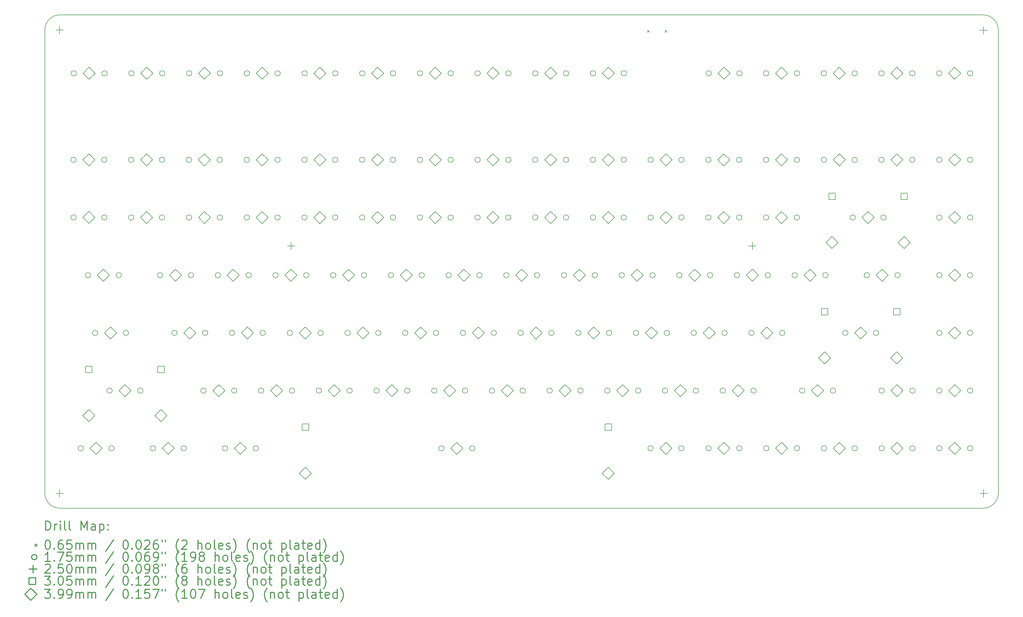
<source format=gbr>
%FSLAX45Y45*%
G04 Gerber Fmt 4.5, Leading zero omitted, Abs format (unit mm)*
G04 Created by KiCad (PCBNEW (5.1.9)-1) date 2021-04-20 15:36:32*
%MOMM*%
%LPD*%
G01*
G04 APERTURE LIST*
%TA.AperFunction,Profile*%
%ADD10C,0.200000*%
%TD*%
%ADD11C,0.200000*%
%ADD12C,0.300000*%
G04 APERTURE END LIST*
D10*
X37022627Y-24437532D02*
X6542627Y-24437532D01*
X37522627Y-23937532D02*
G75*
G02*
X37022627Y-24437532I-500000J0D01*
G01*
X37522627Y-8650032D02*
X37522627Y-23937532D01*
X37022627Y-8150032D02*
G75*
G02*
X37522627Y-8650032I0J-500000D01*
G01*
X6542627Y-8150032D02*
X37022627Y-8150032D01*
X6042627Y-8650032D02*
G75*
G02*
X6542627Y-8150032I500000J0D01*
G01*
X6042627Y-23937532D02*
X6042627Y-8650032D01*
X6542627Y-24437532D02*
G75*
G02*
X6042627Y-23937532I0J500000D01*
G01*
D11*
X25938524Y-8662098D02*
X26003524Y-8727098D01*
X26003524Y-8662098D02*
X25938524Y-8727098D01*
X26516524Y-8662098D02*
X26581524Y-8727098D01*
X26581524Y-8662098D02*
X26516524Y-8727098D01*
X7078492Y-12934962D02*
G75*
G03*
X7078492Y-12934962I-87500J0D01*
G01*
X7079762Y-14838692D02*
G75*
G03*
X7079762Y-14838692I-87500J0D01*
G01*
X7086112Y-10079882D02*
G75*
G03*
X7086112Y-10079882I-87500J0D01*
G01*
X7317252Y-22459962D02*
G75*
G03*
X7317252Y-22459962I-87500J0D01*
G01*
X7556012Y-16744962D02*
G75*
G03*
X7556012Y-16744962I-87500J0D01*
G01*
X7793502Y-18649962D02*
G75*
G03*
X7793502Y-18649962I-87500J0D01*
G01*
X8094492Y-12934962D02*
G75*
G03*
X8094492Y-12934962I-87500J0D01*
G01*
X8095762Y-14838692D02*
G75*
G03*
X8095762Y-14838692I-87500J0D01*
G01*
X8102112Y-10079882D02*
G75*
G03*
X8102112Y-10079882I-87500J0D01*
G01*
X8269752Y-20554962D02*
G75*
G03*
X8269752Y-20554962I-87500J0D01*
G01*
X8333252Y-22459962D02*
G75*
G03*
X8333252Y-22459962I-87500J0D01*
G01*
X8572012Y-16744962D02*
G75*
G03*
X8572012Y-16744962I-87500J0D01*
G01*
X8809502Y-18649962D02*
G75*
G03*
X8809502Y-18649962I-87500J0D01*
G01*
X8983492Y-12934962D02*
G75*
G03*
X8983492Y-12934962I-87500J0D01*
G01*
X8983492Y-14839962D02*
G75*
G03*
X8983492Y-14839962I-87500J0D01*
G01*
X8991112Y-10079882D02*
G75*
G03*
X8991112Y-10079882I-87500J0D01*
G01*
X9285752Y-20554962D02*
G75*
G03*
X9285752Y-20554962I-87500J0D01*
G01*
X9700452Y-22459962D02*
G75*
G03*
X9700452Y-22459962I-87500J0D01*
G01*
X9938532Y-16744962D02*
G75*
G03*
X9938532Y-16744962I-87500J0D01*
G01*
X9999492Y-12934962D02*
G75*
G03*
X9999492Y-12934962I-87500J0D01*
G01*
X9999492Y-14839962D02*
G75*
G03*
X9999492Y-14839962I-87500J0D01*
G01*
X10007112Y-10079882D02*
G75*
G03*
X10007112Y-10079882I-87500J0D01*
G01*
X10410972Y-18649962D02*
G75*
G03*
X10410972Y-18649962I-87500J0D01*
G01*
X10716452Y-22459962D02*
G75*
G03*
X10716452Y-22459962I-87500J0D01*
G01*
X10888492Y-12934962D02*
G75*
G03*
X10888492Y-12934962I-87500J0D01*
G01*
X10893572Y-14839962D02*
G75*
G03*
X10893572Y-14839962I-87500J0D01*
G01*
X10896112Y-10079882D02*
G75*
G03*
X10896112Y-10079882I-87500J0D01*
G01*
X10954532Y-16744962D02*
G75*
G03*
X10954532Y-16744962I-87500J0D01*
G01*
X11368552Y-20554962D02*
G75*
G03*
X11368552Y-20554962I-87500J0D01*
G01*
X11426972Y-18649962D02*
G75*
G03*
X11426972Y-18649962I-87500J0D01*
G01*
X11843532Y-16744962D02*
G75*
G03*
X11843532Y-16744962I-87500J0D01*
G01*
X11904492Y-12934962D02*
G75*
G03*
X11904492Y-12934962I-87500J0D01*
G01*
X11909572Y-14839962D02*
G75*
G03*
X11909572Y-14839962I-87500J0D01*
G01*
X11912112Y-10079882D02*
G75*
G03*
X11912112Y-10079882I-87500J0D01*
G01*
X12081213Y-22460923D02*
G75*
G03*
X12081213Y-22460923I-87500J0D01*
G01*
X12310892Y-18649962D02*
G75*
G03*
X12310892Y-18649962I-87500J0D01*
G01*
X12384552Y-20554962D02*
G75*
G03*
X12384552Y-20554962I-87500J0D01*
G01*
X12798572Y-12934962D02*
G75*
G03*
X12798572Y-12934962I-87500J0D01*
G01*
X12798572Y-14839962D02*
G75*
G03*
X12798572Y-14839962I-87500J0D01*
G01*
X12801112Y-10079882D02*
G75*
G03*
X12801112Y-10079882I-87500J0D01*
G01*
X12859532Y-16744962D02*
G75*
G03*
X12859532Y-16744962I-87500J0D01*
G01*
X13097213Y-22460923D02*
G75*
G03*
X13097213Y-22460923I-87500J0D01*
G01*
X13273552Y-20554962D02*
G75*
G03*
X13273552Y-20554962I-87500J0D01*
G01*
X13326892Y-18649962D02*
G75*
G03*
X13326892Y-18649962I-87500J0D01*
G01*
X13748532Y-16744962D02*
G75*
G03*
X13748532Y-16744962I-87500J0D01*
G01*
X13814572Y-12934962D02*
G75*
G03*
X13814572Y-12934962I-87500J0D01*
G01*
X13814572Y-14839962D02*
G75*
G03*
X13814572Y-14839962I-87500J0D01*
G01*
X13817112Y-10079882D02*
G75*
G03*
X13817112Y-10079882I-87500J0D01*
G01*
X14220972Y-18649962D02*
G75*
G03*
X14220972Y-18649962I-87500J0D01*
G01*
X14289552Y-20554962D02*
G75*
G03*
X14289552Y-20554962I-87500J0D01*
G01*
X14703572Y-12934962D02*
G75*
G03*
X14703572Y-12934962I-87500J0D01*
G01*
X14703572Y-14839962D02*
G75*
G03*
X14703572Y-14839962I-87500J0D01*
G01*
X14706112Y-10079882D02*
G75*
G03*
X14706112Y-10079882I-87500J0D01*
G01*
X14764532Y-16744962D02*
G75*
G03*
X14764532Y-16744962I-87500J0D01*
G01*
X15178552Y-20554962D02*
G75*
G03*
X15178552Y-20554962I-87500J0D01*
G01*
X15236972Y-18649962D02*
G75*
G03*
X15236972Y-18649962I-87500J0D01*
G01*
X15653532Y-16744962D02*
G75*
G03*
X15653532Y-16744962I-87500J0D01*
G01*
X15719572Y-12934962D02*
G75*
G03*
X15719572Y-12934962I-87500J0D01*
G01*
X15719572Y-14839962D02*
G75*
G03*
X15719572Y-14839962I-87500J0D01*
G01*
X15722112Y-10079882D02*
G75*
G03*
X15722112Y-10079882I-87500J0D01*
G01*
X16125972Y-18649962D02*
G75*
G03*
X16125972Y-18649962I-87500J0D01*
G01*
X16194552Y-20554962D02*
G75*
G03*
X16194552Y-20554962I-87500J0D01*
G01*
X16608572Y-12934962D02*
G75*
G03*
X16608572Y-12934962I-87500J0D01*
G01*
X16608572Y-14839962D02*
G75*
G03*
X16608572Y-14839962I-87500J0D01*
G01*
X16611112Y-10079882D02*
G75*
G03*
X16611112Y-10079882I-87500J0D01*
G01*
X16669532Y-16744962D02*
G75*
G03*
X16669532Y-16744962I-87500J0D01*
G01*
X17083552Y-20554962D02*
G75*
G03*
X17083552Y-20554962I-87500J0D01*
G01*
X17141972Y-18649962D02*
G75*
G03*
X17141972Y-18649962I-87500J0D01*
G01*
X17558532Y-16744962D02*
G75*
G03*
X17558532Y-16744962I-87500J0D01*
G01*
X17624572Y-12934962D02*
G75*
G03*
X17624572Y-12934962I-87500J0D01*
G01*
X17624572Y-14839962D02*
G75*
G03*
X17624572Y-14839962I-87500J0D01*
G01*
X17627112Y-10079882D02*
G75*
G03*
X17627112Y-10079882I-87500J0D01*
G01*
X18030972Y-18649962D02*
G75*
G03*
X18030972Y-18649962I-87500J0D01*
G01*
X18099552Y-20554962D02*
G75*
G03*
X18099552Y-20554962I-87500J0D01*
G01*
X18513572Y-12934962D02*
G75*
G03*
X18513572Y-12934962I-87500J0D01*
G01*
X18513572Y-14839962D02*
G75*
G03*
X18513572Y-14839962I-87500J0D01*
G01*
X18516112Y-10079882D02*
G75*
G03*
X18516112Y-10079882I-87500J0D01*
G01*
X18574532Y-16744962D02*
G75*
G03*
X18574532Y-16744962I-87500J0D01*
G01*
X18988552Y-20554962D02*
G75*
G03*
X18988552Y-20554962I-87500J0D01*
G01*
X19046972Y-18649962D02*
G75*
G03*
X19046972Y-18649962I-87500J0D01*
G01*
X19226065Y-22460923D02*
G75*
G03*
X19226065Y-22460923I-87500J0D01*
G01*
X19463532Y-16744962D02*
G75*
G03*
X19463532Y-16744962I-87500J0D01*
G01*
X19529572Y-12934962D02*
G75*
G03*
X19529572Y-12934962I-87500J0D01*
G01*
X19529572Y-14839962D02*
G75*
G03*
X19529572Y-14839962I-87500J0D01*
G01*
X19532112Y-10079882D02*
G75*
G03*
X19532112Y-10079882I-87500J0D01*
G01*
X19935972Y-18649962D02*
G75*
G03*
X19935972Y-18649962I-87500J0D01*
G01*
X20004552Y-20554962D02*
G75*
G03*
X20004552Y-20554962I-87500J0D01*
G01*
X20242065Y-22460923D02*
G75*
G03*
X20242065Y-22460923I-87500J0D01*
G01*
X20418572Y-12934962D02*
G75*
G03*
X20418572Y-12934962I-87500J0D01*
G01*
X20418572Y-14839962D02*
G75*
G03*
X20418572Y-14839962I-87500J0D01*
G01*
X20421112Y-10079882D02*
G75*
G03*
X20421112Y-10079882I-87500J0D01*
G01*
X20479532Y-16744962D02*
G75*
G03*
X20479532Y-16744962I-87500J0D01*
G01*
X20893552Y-20554962D02*
G75*
G03*
X20893552Y-20554962I-87500J0D01*
G01*
X20951972Y-18649962D02*
G75*
G03*
X20951972Y-18649962I-87500J0D01*
G01*
X21368532Y-16744962D02*
G75*
G03*
X21368532Y-16744962I-87500J0D01*
G01*
X21434572Y-12934962D02*
G75*
G03*
X21434572Y-12934962I-87500J0D01*
G01*
X21434572Y-14839962D02*
G75*
G03*
X21434572Y-14839962I-87500J0D01*
G01*
X21437112Y-10079882D02*
G75*
G03*
X21437112Y-10079882I-87500J0D01*
G01*
X21840972Y-18649962D02*
G75*
G03*
X21840972Y-18649962I-87500J0D01*
G01*
X21909552Y-20554962D02*
G75*
G03*
X21909552Y-20554962I-87500J0D01*
G01*
X22323572Y-12934962D02*
G75*
G03*
X22323572Y-12934962I-87500J0D01*
G01*
X22323572Y-14839962D02*
G75*
G03*
X22323572Y-14839962I-87500J0D01*
G01*
X22326112Y-10079882D02*
G75*
G03*
X22326112Y-10079882I-87500J0D01*
G01*
X22384532Y-16744962D02*
G75*
G03*
X22384532Y-16744962I-87500J0D01*
G01*
X22798552Y-20554962D02*
G75*
G03*
X22798552Y-20554962I-87500J0D01*
G01*
X22856972Y-18649962D02*
G75*
G03*
X22856972Y-18649962I-87500J0D01*
G01*
X23273532Y-16744962D02*
G75*
G03*
X23273532Y-16744962I-87500J0D01*
G01*
X23339572Y-12934962D02*
G75*
G03*
X23339572Y-12934962I-87500J0D01*
G01*
X23339572Y-14839962D02*
G75*
G03*
X23339572Y-14839962I-87500J0D01*
G01*
X23342112Y-10079882D02*
G75*
G03*
X23342112Y-10079882I-87500J0D01*
G01*
X23745972Y-18649962D02*
G75*
G03*
X23745972Y-18649962I-87500J0D01*
G01*
X23814552Y-20554962D02*
G75*
G03*
X23814552Y-20554962I-87500J0D01*
G01*
X24228572Y-12934962D02*
G75*
G03*
X24228572Y-12934962I-87500J0D01*
G01*
X24228572Y-14839962D02*
G75*
G03*
X24228572Y-14839962I-87500J0D01*
G01*
X24231112Y-10079882D02*
G75*
G03*
X24231112Y-10079882I-87500J0D01*
G01*
X24289532Y-16744962D02*
G75*
G03*
X24289532Y-16744962I-87500J0D01*
G01*
X24703552Y-20554962D02*
G75*
G03*
X24703552Y-20554962I-87500J0D01*
G01*
X24761972Y-18649962D02*
G75*
G03*
X24761972Y-18649962I-87500J0D01*
G01*
X25178532Y-16744962D02*
G75*
G03*
X25178532Y-16744962I-87500J0D01*
G01*
X25244572Y-12934962D02*
G75*
G03*
X25244572Y-12934962I-87500J0D01*
G01*
X25244572Y-14839962D02*
G75*
G03*
X25244572Y-14839962I-87500J0D01*
G01*
X25247112Y-10079882D02*
G75*
G03*
X25247112Y-10079882I-87500J0D01*
G01*
X25650972Y-18649962D02*
G75*
G03*
X25650972Y-18649962I-87500J0D01*
G01*
X25719552Y-20554962D02*
G75*
G03*
X25719552Y-20554962I-87500J0D01*
G01*
X26131538Y-22459962D02*
G75*
G03*
X26131538Y-22459962I-87500J0D01*
G01*
X26133572Y-12934962D02*
G75*
G03*
X26133572Y-12934962I-87500J0D01*
G01*
X26133572Y-14839962D02*
G75*
G03*
X26133572Y-14839962I-87500J0D01*
G01*
X26194532Y-16744962D02*
G75*
G03*
X26194532Y-16744962I-87500J0D01*
G01*
X26608552Y-20554962D02*
G75*
G03*
X26608552Y-20554962I-87500J0D01*
G01*
X26666972Y-18649962D02*
G75*
G03*
X26666972Y-18649962I-87500J0D01*
G01*
X27078452Y-16744962D02*
G75*
G03*
X27078452Y-16744962I-87500J0D01*
G01*
X27147538Y-22459962D02*
G75*
G03*
X27147538Y-22459962I-87500J0D01*
G01*
X27149572Y-12934962D02*
G75*
G03*
X27149572Y-12934962I-87500J0D01*
G01*
X27149572Y-14839962D02*
G75*
G03*
X27149572Y-14839962I-87500J0D01*
G01*
X27555972Y-18649962D02*
G75*
G03*
X27555972Y-18649962I-87500J0D01*
G01*
X27624552Y-20554962D02*
G75*
G03*
X27624552Y-20554962I-87500J0D01*
G01*
X28038572Y-12934962D02*
G75*
G03*
X28038572Y-12934962I-87500J0D01*
G01*
X28038572Y-14839962D02*
G75*
G03*
X28038572Y-14839962I-87500J0D01*
G01*
X28043652Y-22459962D02*
G75*
G03*
X28043652Y-22459962I-87500J0D01*
G01*
X28047032Y-10079882D02*
G75*
G03*
X28047032Y-10079882I-87500J0D01*
G01*
X28094452Y-16744962D02*
G75*
G03*
X28094452Y-16744962I-87500J0D01*
G01*
X28513552Y-20554962D02*
G75*
G03*
X28513552Y-20554962I-87500J0D01*
G01*
X28571972Y-18649962D02*
G75*
G03*
X28571972Y-18649962I-87500J0D01*
G01*
X28983452Y-16744962D02*
G75*
G03*
X28983452Y-16744962I-87500J0D01*
G01*
X29054572Y-12934962D02*
G75*
G03*
X29054572Y-12934962I-87500J0D01*
G01*
X29054572Y-14839962D02*
G75*
G03*
X29054572Y-14839962I-87500J0D01*
G01*
X29059652Y-22459962D02*
G75*
G03*
X29059652Y-22459962I-87500J0D01*
G01*
X29063032Y-10079882D02*
G75*
G03*
X29063032Y-10079882I-87500J0D01*
G01*
X29460972Y-18649962D02*
G75*
G03*
X29460972Y-18649962I-87500J0D01*
G01*
X29529552Y-20554962D02*
G75*
G03*
X29529552Y-20554962I-87500J0D01*
G01*
X29943572Y-12934962D02*
G75*
G03*
X29943572Y-12934962I-87500J0D01*
G01*
X29943572Y-14839962D02*
G75*
G03*
X29943572Y-14839962I-87500J0D01*
G01*
X29946112Y-10079882D02*
G75*
G03*
X29946112Y-10079882I-87500J0D01*
G01*
X29948652Y-22459962D02*
G75*
G03*
X29948652Y-22459962I-87500J0D01*
G01*
X29999452Y-16744962D02*
G75*
G03*
X29999452Y-16744962I-87500J0D01*
G01*
X30476972Y-18649962D02*
G75*
G03*
X30476972Y-18649962I-87500J0D01*
G01*
X30888452Y-16744962D02*
G75*
G03*
X30888452Y-16744962I-87500J0D01*
G01*
X30959572Y-12934962D02*
G75*
G03*
X30959572Y-12934962I-87500J0D01*
G01*
X30959572Y-14839962D02*
G75*
G03*
X30959572Y-14839962I-87500J0D01*
G01*
X30962112Y-10079882D02*
G75*
G03*
X30962112Y-10079882I-87500J0D01*
G01*
X30964652Y-22459962D02*
G75*
G03*
X30964652Y-22459962I-87500J0D01*
G01*
X31136102Y-20554962D02*
G75*
G03*
X31136102Y-20554962I-87500J0D01*
G01*
X31851112Y-10079882D02*
G75*
G03*
X31851112Y-10079882I-87500J0D01*
G01*
X31853652Y-12934962D02*
G75*
G03*
X31853652Y-12934962I-87500J0D01*
G01*
X31853652Y-22459962D02*
G75*
G03*
X31853652Y-22459962I-87500J0D01*
G01*
X31904452Y-16744962D02*
G75*
G03*
X31904452Y-16744962I-87500J0D01*
G01*
X32152102Y-20554962D02*
G75*
G03*
X32152102Y-20554962I-87500J0D01*
G01*
X32559772Y-18649962D02*
G75*
G03*
X32559772Y-18649962I-87500J0D01*
G01*
X32803612Y-14839962D02*
G75*
G03*
X32803612Y-14839962I-87500J0D01*
G01*
X32867112Y-10079882D02*
G75*
G03*
X32867112Y-10079882I-87500J0D01*
G01*
X32869652Y-12934962D02*
G75*
G03*
X32869652Y-12934962I-87500J0D01*
G01*
X32869652Y-22459962D02*
G75*
G03*
X32869652Y-22459962I-87500J0D01*
G01*
X33268432Y-16744962D02*
G75*
G03*
X33268432Y-16744962I-87500J0D01*
G01*
X33575772Y-18649962D02*
G75*
G03*
X33575772Y-18649962I-87500J0D01*
G01*
X33753572Y-12934962D02*
G75*
G03*
X33753572Y-12934962I-87500J0D01*
G01*
X33756112Y-10079882D02*
G75*
G03*
X33756112Y-10079882I-87500J0D01*
G01*
X33758652Y-20554962D02*
G75*
G03*
X33758652Y-20554962I-87500J0D01*
G01*
X33758652Y-22459962D02*
G75*
G03*
X33758652Y-22459962I-87500J0D01*
G01*
X33819612Y-14839962D02*
G75*
G03*
X33819612Y-14839962I-87500J0D01*
G01*
X34284432Y-16744962D02*
G75*
G03*
X34284432Y-16744962I-87500J0D01*
G01*
X34769572Y-12934962D02*
G75*
G03*
X34769572Y-12934962I-87500J0D01*
G01*
X34772112Y-10079882D02*
G75*
G03*
X34772112Y-10079882I-87500J0D01*
G01*
X34774652Y-20554962D02*
G75*
G03*
X34774652Y-20554962I-87500J0D01*
G01*
X34774652Y-22459962D02*
G75*
G03*
X34774652Y-22459962I-87500J0D01*
G01*
X35661112Y-10079882D02*
G75*
G03*
X35661112Y-10079882I-87500J0D01*
G01*
X35663652Y-12934962D02*
G75*
G03*
X35663652Y-12934962I-87500J0D01*
G01*
X35663652Y-14839962D02*
G75*
G03*
X35663652Y-14839962I-87500J0D01*
G01*
X35663652Y-16744962D02*
G75*
G03*
X35663652Y-16744962I-87500J0D01*
G01*
X35663652Y-18649962D02*
G75*
G03*
X35663652Y-18649962I-87500J0D01*
G01*
X35663652Y-20554962D02*
G75*
G03*
X35663652Y-20554962I-87500J0D01*
G01*
X35663652Y-22459962D02*
G75*
G03*
X35663652Y-22459962I-87500J0D01*
G01*
X36677112Y-10079882D02*
G75*
G03*
X36677112Y-10079882I-87500J0D01*
G01*
X36679652Y-12934962D02*
G75*
G03*
X36679652Y-12934962I-87500J0D01*
G01*
X36679652Y-14839962D02*
G75*
G03*
X36679652Y-14839962I-87500J0D01*
G01*
X36679652Y-16744962D02*
G75*
G03*
X36679652Y-16744962I-87500J0D01*
G01*
X36679652Y-18649962D02*
G75*
G03*
X36679652Y-18649962I-87500J0D01*
G01*
X36679652Y-20554962D02*
G75*
G03*
X36679652Y-20554962I-87500J0D01*
G01*
X36679652Y-22459962D02*
G75*
G03*
X36679652Y-22459962I-87500J0D01*
G01*
X6532500Y-8526800D02*
X6532500Y-8776800D01*
X6407500Y-8651800D02*
X6657500Y-8651800D01*
X6532500Y-23822500D02*
X6532500Y-24072500D01*
X6407500Y-23947500D02*
X6657500Y-23947500D01*
X14177800Y-15651100D02*
X14177800Y-15901100D01*
X14052800Y-15776100D02*
X14302800Y-15776100D01*
X29402000Y-15651100D02*
X29402000Y-15901100D01*
X29277000Y-15776100D02*
X29527000Y-15776100D01*
X37032500Y-8536800D02*
X37032500Y-8786800D01*
X36907500Y-8661800D02*
X37157500Y-8661800D01*
X37032500Y-23822500D02*
X37032500Y-24072500D01*
X36907500Y-23947500D02*
X37157500Y-23947500D01*
X7607391Y-19964226D02*
X7607391Y-19748698D01*
X7391863Y-19748698D01*
X7391863Y-19964226D01*
X7607391Y-19964226D01*
X9988641Y-19964226D02*
X9988641Y-19748698D01*
X9773113Y-19748698D01*
X9773113Y-19964226D01*
X9988641Y-19964226D01*
X14754339Y-21870187D02*
X14754339Y-21654659D01*
X14538811Y-21654659D01*
X14538811Y-21870187D01*
X14754339Y-21870187D01*
X24754319Y-21870187D02*
X24754319Y-21654659D01*
X24538791Y-21654659D01*
X24538791Y-21870187D01*
X24754319Y-21870187D01*
X31897411Y-18059226D02*
X31897411Y-17843698D01*
X31681883Y-17843698D01*
X31681883Y-18059226D01*
X31897411Y-18059226D01*
X32141251Y-14249226D02*
X32141251Y-14033698D01*
X31925723Y-14033698D01*
X31925723Y-14249226D01*
X32141251Y-14249226D01*
X34278661Y-18059226D02*
X34278661Y-17843698D01*
X34063133Y-17843698D01*
X34063133Y-18059226D01*
X34278661Y-18059226D01*
X34522501Y-14249226D02*
X34522501Y-14033698D01*
X34306973Y-14033698D01*
X34306973Y-14249226D01*
X34522501Y-14249226D01*
X7498992Y-13134352D02*
X7698382Y-12934962D01*
X7498992Y-12735572D01*
X7299602Y-12934962D01*
X7498992Y-13134352D01*
X7499627Y-21579852D02*
X7699017Y-21380462D01*
X7499627Y-21181072D01*
X7300237Y-21380462D01*
X7499627Y-21579852D01*
X7500262Y-15038082D02*
X7699652Y-14838692D01*
X7500262Y-14639302D01*
X7300872Y-14838692D01*
X7500262Y-15038082D01*
X7506612Y-10279272D02*
X7706002Y-10079882D01*
X7506612Y-9880492D01*
X7307222Y-10079882D01*
X7506612Y-10279272D01*
X7737752Y-22659352D02*
X7937142Y-22459962D01*
X7737752Y-22260572D01*
X7538362Y-22459962D01*
X7737752Y-22659352D01*
X7976512Y-16944352D02*
X8175902Y-16744962D01*
X7976512Y-16545572D01*
X7777122Y-16744962D01*
X7976512Y-16944352D01*
X8214002Y-18849352D02*
X8413392Y-18649962D01*
X8214002Y-18450572D01*
X8014612Y-18649962D01*
X8214002Y-18849352D01*
X8690252Y-20754352D02*
X8889642Y-20554962D01*
X8690252Y-20355572D01*
X8490862Y-20554962D01*
X8690252Y-20754352D01*
X9403992Y-13134352D02*
X9603382Y-12934962D01*
X9403992Y-12735572D01*
X9204602Y-12934962D01*
X9403992Y-13134352D01*
X9403992Y-15039352D02*
X9603382Y-14839962D01*
X9403992Y-14640572D01*
X9204602Y-14839962D01*
X9403992Y-15039352D01*
X9411612Y-10279272D02*
X9611002Y-10079882D01*
X9411612Y-9880492D01*
X9212222Y-10079882D01*
X9411612Y-10279272D01*
X9880877Y-21579852D02*
X10080267Y-21380462D01*
X9880877Y-21181072D01*
X9681487Y-21380462D01*
X9880877Y-21579852D01*
X10120952Y-22659352D02*
X10320342Y-22459962D01*
X10120952Y-22260572D01*
X9921562Y-22459962D01*
X10120952Y-22659352D01*
X10359032Y-16944352D02*
X10558422Y-16744962D01*
X10359032Y-16545572D01*
X10159642Y-16744962D01*
X10359032Y-16944352D01*
X10831472Y-18849352D02*
X11030862Y-18649962D01*
X10831472Y-18450572D01*
X10632082Y-18649962D01*
X10831472Y-18849352D01*
X11308992Y-13134352D02*
X11508382Y-12934962D01*
X11308992Y-12735572D01*
X11109602Y-12934962D01*
X11308992Y-13134352D01*
X11314072Y-15039352D02*
X11513462Y-14839962D01*
X11314072Y-14640572D01*
X11114682Y-14839962D01*
X11314072Y-15039352D01*
X11316612Y-10279272D02*
X11516002Y-10079882D01*
X11316612Y-9880492D01*
X11117222Y-10079882D01*
X11316612Y-10279272D01*
X11789052Y-20754352D02*
X11988442Y-20554962D01*
X11789052Y-20355572D01*
X11589662Y-20554962D01*
X11789052Y-20754352D01*
X12264032Y-16944352D02*
X12463422Y-16744962D01*
X12264032Y-16545572D01*
X12064642Y-16744962D01*
X12264032Y-16944352D01*
X12501713Y-22660313D02*
X12701103Y-22460923D01*
X12501713Y-22261533D01*
X12302323Y-22460923D01*
X12501713Y-22660313D01*
X12731392Y-18849352D02*
X12930782Y-18649962D01*
X12731392Y-18450572D01*
X12532002Y-18649962D01*
X12731392Y-18849352D01*
X13219072Y-13134352D02*
X13418462Y-12934962D01*
X13219072Y-12735572D01*
X13019682Y-12934962D01*
X13219072Y-13134352D01*
X13219072Y-15039352D02*
X13418462Y-14839962D01*
X13219072Y-14640572D01*
X13019682Y-14839962D01*
X13219072Y-15039352D01*
X13221612Y-10279272D02*
X13421002Y-10079882D01*
X13221612Y-9880492D01*
X13022222Y-10079882D01*
X13221612Y-10279272D01*
X13694052Y-20754352D02*
X13893442Y-20554962D01*
X13694052Y-20355572D01*
X13494662Y-20554962D01*
X13694052Y-20754352D01*
X14169032Y-16944352D02*
X14368422Y-16744962D01*
X14169032Y-16545572D01*
X13969642Y-16744962D01*
X14169032Y-16944352D01*
X14641472Y-18849352D02*
X14840862Y-18649962D01*
X14641472Y-18450572D01*
X14442082Y-18649962D01*
X14641472Y-18849352D01*
X14646575Y-23485813D02*
X14845965Y-23286423D01*
X14646575Y-23087033D01*
X14447185Y-23286423D01*
X14646575Y-23485813D01*
X15124072Y-13134352D02*
X15323462Y-12934962D01*
X15124072Y-12735572D01*
X14924682Y-12934962D01*
X15124072Y-13134352D01*
X15124072Y-15039352D02*
X15323462Y-14839962D01*
X15124072Y-14640572D01*
X14924682Y-14839962D01*
X15124072Y-15039352D01*
X15126612Y-10279272D02*
X15326002Y-10079882D01*
X15126612Y-9880492D01*
X14927222Y-10079882D01*
X15126612Y-10279272D01*
X15599052Y-20754352D02*
X15798442Y-20554962D01*
X15599052Y-20355572D01*
X15399662Y-20554962D01*
X15599052Y-20754352D01*
X16074032Y-16944352D02*
X16273422Y-16744962D01*
X16074032Y-16545572D01*
X15874642Y-16744962D01*
X16074032Y-16944352D01*
X16546472Y-18849352D02*
X16745862Y-18649962D01*
X16546472Y-18450572D01*
X16347082Y-18649962D01*
X16546472Y-18849352D01*
X17029072Y-13134352D02*
X17228462Y-12934962D01*
X17029072Y-12735572D01*
X16829682Y-12934962D01*
X17029072Y-13134352D01*
X17029072Y-15039352D02*
X17228462Y-14839962D01*
X17029072Y-14640572D01*
X16829682Y-14839962D01*
X17029072Y-15039352D01*
X17031612Y-10279272D02*
X17231002Y-10079882D01*
X17031612Y-9880492D01*
X16832222Y-10079882D01*
X17031612Y-10279272D01*
X17504052Y-20754352D02*
X17703442Y-20554962D01*
X17504052Y-20355572D01*
X17304662Y-20554962D01*
X17504052Y-20754352D01*
X17979032Y-16944352D02*
X18178422Y-16744962D01*
X17979032Y-16545572D01*
X17779642Y-16744962D01*
X17979032Y-16944352D01*
X18451472Y-18849352D02*
X18650862Y-18649962D01*
X18451472Y-18450572D01*
X18252082Y-18649962D01*
X18451472Y-18849352D01*
X18934072Y-13134352D02*
X19133462Y-12934962D01*
X18934072Y-12735572D01*
X18734682Y-12934962D01*
X18934072Y-13134352D01*
X18934072Y-15039352D02*
X19133462Y-14839962D01*
X18934072Y-14640572D01*
X18734682Y-14839962D01*
X18934072Y-15039352D01*
X18936612Y-10279272D02*
X19136002Y-10079882D01*
X18936612Y-9880492D01*
X18737222Y-10079882D01*
X18936612Y-10279272D01*
X19409052Y-20754352D02*
X19608442Y-20554962D01*
X19409052Y-20355572D01*
X19209662Y-20554962D01*
X19409052Y-20754352D01*
X19646565Y-22660313D02*
X19845955Y-22460923D01*
X19646565Y-22261533D01*
X19447175Y-22460923D01*
X19646565Y-22660313D01*
X19884032Y-16944352D02*
X20083422Y-16744962D01*
X19884032Y-16545572D01*
X19684642Y-16744962D01*
X19884032Y-16944352D01*
X20356472Y-18849352D02*
X20555862Y-18649962D01*
X20356472Y-18450572D01*
X20157082Y-18649962D01*
X20356472Y-18849352D01*
X20839072Y-13134352D02*
X21038462Y-12934962D01*
X20839072Y-12735572D01*
X20639682Y-12934962D01*
X20839072Y-13134352D01*
X20839072Y-15039352D02*
X21038462Y-14839962D01*
X20839072Y-14640572D01*
X20639682Y-14839962D01*
X20839072Y-15039352D01*
X20841612Y-10279272D02*
X21041002Y-10079882D01*
X20841612Y-9880492D01*
X20642222Y-10079882D01*
X20841612Y-10279272D01*
X21314052Y-20754352D02*
X21513442Y-20554962D01*
X21314052Y-20355572D01*
X21114662Y-20554962D01*
X21314052Y-20754352D01*
X21789032Y-16944352D02*
X21988422Y-16744962D01*
X21789032Y-16545572D01*
X21589642Y-16744962D01*
X21789032Y-16944352D01*
X22261472Y-18849352D02*
X22460862Y-18649962D01*
X22261472Y-18450572D01*
X22062082Y-18649962D01*
X22261472Y-18849352D01*
X22744072Y-13134352D02*
X22943462Y-12934962D01*
X22744072Y-12735572D01*
X22544682Y-12934962D01*
X22744072Y-13134352D01*
X22744072Y-15039352D02*
X22943462Y-14839962D01*
X22744072Y-14640572D01*
X22544682Y-14839962D01*
X22744072Y-15039352D01*
X22746612Y-10279272D02*
X22946002Y-10079882D01*
X22746612Y-9880492D01*
X22547222Y-10079882D01*
X22746612Y-10279272D01*
X23219052Y-20754352D02*
X23418442Y-20554962D01*
X23219052Y-20355572D01*
X23019662Y-20554962D01*
X23219052Y-20754352D01*
X23694032Y-16944352D02*
X23893422Y-16744962D01*
X23694032Y-16545572D01*
X23494642Y-16744962D01*
X23694032Y-16944352D01*
X24166472Y-18849352D02*
X24365862Y-18649962D01*
X24166472Y-18450572D01*
X23967082Y-18649962D01*
X24166472Y-18849352D01*
X24646555Y-23485813D02*
X24845945Y-23286423D01*
X24646555Y-23087033D01*
X24447165Y-23286423D01*
X24646555Y-23485813D01*
X24649072Y-13134352D02*
X24848462Y-12934962D01*
X24649072Y-12735572D01*
X24449682Y-12934962D01*
X24649072Y-13134352D01*
X24649072Y-15039352D02*
X24848462Y-14839962D01*
X24649072Y-14640572D01*
X24449682Y-14839962D01*
X24649072Y-15039352D01*
X24651612Y-10279272D02*
X24851002Y-10079882D01*
X24651612Y-9880492D01*
X24452222Y-10079882D01*
X24651612Y-10279272D01*
X25124052Y-20754352D02*
X25323442Y-20554962D01*
X25124052Y-20355572D01*
X24924662Y-20554962D01*
X25124052Y-20754352D01*
X25599032Y-16944352D02*
X25798422Y-16744962D01*
X25599032Y-16545572D01*
X25399642Y-16744962D01*
X25599032Y-16944352D01*
X26071472Y-18849352D02*
X26270862Y-18649962D01*
X26071472Y-18450572D01*
X25872082Y-18649962D01*
X26071472Y-18849352D01*
X26552038Y-22659352D02*
X26751428Y-22459962D01*
X26552038Y-22260572D01*
X26352648Y-22459962D01*
X26552038Y-22659352D01*
X26554072Y-13134352D02*
X26753462Y-12934962D01*
X26554072Y-12735572D01*
X26354682Y-12934962D01*
X26554072Y-13134352D01*
X26554072Y-15039352D02*
X26753462Y-14839962D01*
X26554072Y-14640572D01*
X26354682Y-14839962D01*
X26554072Y-15039352D01*
X27029052Y-20754352D02*
X27228442Y-20554962D01*
X27029052Y-20355572D01*
X26829662Y-20554962D01*
X27029052Y-20754352D01*
X27498952Y-16944352D02*
X27698342Y-16744962D01*
X27498952Y-16545572D01*
X27299562Y-16744962D01*
X27498952Y-16944352D01*
X27976472Y-18849352D02*
X28175862Y-18649962D01*
X27976472Y-18450572D01*
X27777082Y-18649962D01*
X27976472Y-18849352D01*
X28459072Y-13134352D02*
X28658462Y-12934962D01*
X28459072Y-12735572D01*
X28259682Y-12934962D01*
X28459072Y-13134352D01*
X28459072Y-15039352D02*
X28658462Y-14839962D01*
X28459072Y-14640572D01*
X28259682Y-14839962D01*
X28459072Y-15039352D01*
X28464152Y-22659352D02*
X28663542Y-22459962D01*
X28464152Y-22260572D01*
X28264762Y-22459962D01*
X28464152Y-22659352D01*
X28467532Y-10279272D02*
X28666922Y-10079882D01*
X28467532Y-9880492D01*
X28268142Y-10079882D01*
X28467532Y-10279272D01*
X28934052Y-20754352D02*
X29133442Y-20554962D01*
X28934052Y-20355572D01*
X28734662Y-20554962D01*
X28934052Y-20754352D01*
X29403952Y-16944352D02*
X29603342Y-16744962D01*
X29403952Y-16545572D01*
X29204562Y-16744962D01*
X29403952Y-16944352D01*
X29881472Y-18849352D02*
X30080862Y-18649962D01*
X29881472Y-18450572D01*
X29682082Y-18649962D01*
X29881472Y-18849352D01*
X30364072Y-13134352D02*
X30563462Y-12934962D01*
X30364072Y-12735572D01*
X30164682Y-12934962D01*
X30364072Y-13134352D01*
X30364072Y-15039352D02*
X30563462Y-14839962D01*
X30364072Y-14640572D01*
X30164682Y-14839962D01*
X30364072Y-15039352D01*
X30366612Y-10279272D02*
X30566002Y-10079882D01*
X30366612Y-9880492D01*
X30167222Y-10079882D01*
X30366612Y-10279272D01*
X30369152Y-22659352D02*
X30568542Y-22459962D01*
X30369152Y-22260572D01*
X30169762Y-22459962D01*
X30369152Y-22659352D01*
X31308952Y-16944352D02*
X31508342Y-16744962D01*
X31308952Y-16545572D01*
X31109562Y-16744962D01*
X31308952Y-16944352D01*
X31556602Y-20754352D02*
X31755992Y-20554962D01*
X31556602Y-20355572D01*
X31357212Y-20554962D01*
X31556602Y-20754352D01*
X31789647Y-19674852D02*
X31989037Y-19475462D01*
X31789647Y-19276072D01*
X31590257Y-19475462D01*
X31789647Y-19674852D01*
X32033487Y-15864852D02*
X32232877Y-15665462D01*
X32033487Y-15466072D01*
X31834097Y-15665462D01*
X32033487Y-15864852D01*
X32271612Y-10279272D02*
X32471002Y-10079882D01*
X32271612Y-9880492D01*
X32072222Y-10079882D01*
X32271612Y-10279272D01*
X32274152Y-13134352D02*
X32473542Y-12934962D01*
X32274152Y-12735572D01*
X32074762Y-12934962D01*
X32274152Y-13134352D01*
X32274152Y-22659352D02*
X32473542Y-22459962D01*
X32274152Y-22260572D01*
X32074762Y-22459962D01*
X32274152Y-22659352D01*
X32980272Y-18849352D02*
X33179662Y-18649962D01*
X32980272Y-18450572D01*
X32780882Y-18649962D01*
X32980272Y-18849352D01*
X33224112Y-15039352D02*
X33423502Y-14839962D01*
X33224112Y-14640572D01*
X33024722Y-14839962D01*
X33224112Y-15039352D01*
X33688932Y-16944352D02*
X33888322Y-16744962D01*
X33688932Y-16545572D01*
X33489542Y-16744962D01*
X33688932Y-16944352D01*
X34170897Y-19674852D02*
X34370287Y-19475462D01*
X34170897Y-19276072D01*
X33971507Y-19475462D01*
X34170897Y-19674852D01*
X34174072Y-13134352D02*
X34373462Y-12934962D01*
X34174072Y-12735572D01*
X33974682Y-12934962D01*
X34174072Y-13134352D01*
X34176612Y-10279272D02*
X34376002Y-10079882D01*
X34176612Y-9880492D01*
X33977222Y-10079882D01*
X34176612Y-10279272D01*
X34179152Y-20754352D02*
X34378542Y-20554962D01*
X34179152Y-20355572D01*
X33979762Y-20554962D01*
X34179152Y-20754352D01*
X34179152Y-22659352D02*
X34378542Y-22459962D01*
X34179152Y-22260572D01*
X33979762Y-22459962D01*
X34179152Y-22659352D01*
X34414737Y-15864852D02*
X34614127Y-15665462D01*
X34414737Y-15466072D01*
X34215347Y-15665462D01*
X34414737Y-15864852D01*
X36081612Y-10279272D02*
X36281002Y-10079882D01*
X36081612Y-9880492D01*
X35882222Y-10079882D01*
X36081612Y-10279272D01*
X36084152Y-13134352D02*
X36283542Y-12934962D01*
X36084152Y-12735572D01*
X35884762Y-12934962D01*
X36084152Y-13134352D01*
X36084152Y-15039352D02*
X36283542Y-14839962D01*
X36084152Y-14640572D01*
X35884762Y-14839962D01*
X36084152Y-15039352D01*
X36084152Y-16944352D02*
X36283542Y-16744962D01*
X36084152Y-16545572D01*
X35884762Y-16744962D01*
X36084152Y-16944352D01*
X36084152Y-18849352D02*
X36283542Y-18649962D01*
X36084152Y-18450572D01*
X35884762Y-18649962D01*
X36084152Y-18849352D01*
X36084152Y-20754352D02*
X36283542Y-20554962D01*
X36084152Y-20355572D01*
X35884762Y-20554962D01*
X36084152Y-20754352D01*
X36084152Y-22659352D02*
X36283542Y-22459962D01*
X36084152Y-22260572D01*
X35884762Y-22459962D01*
X36084152Y-22659352D01*
D12*
X6068928Y-25163214D02*
X6068928Y-24863214D01*
X6140357Y-24863214D01*
X6183214Y-24877500D01*
X6211786Y-24906071D01*
X6226071Y-24934643D01*
X6240357Y-24991786D01*
X6240357Y-25034643D01*
X6226071Y-25091786D01*
X6211786Y-25120357D01*
X6183214Y-25148928D01*
X6140357Y-25163214D01*
X6068928Y-25163214D01*
X6368928Y-25163214D02*
X6368928Y-24963214D01*
X6368928Y-25020357D02*
X6383214Y-24991786D01*
X6397500Y-24977500D01*
X6426071Y-24963214D01*
X6454643Y-24963214D01*
X6554643Y-25163214D02*
X6554643Y-24963214D01*
X6554643Y-24863214D02*
X6540357Y-24877500D01*
X6554643Y-24891786D01*
X6568928Y-24877500D01*
X6554643Y-24863214D01*
X6554643Y-24891786D01*
X6740357Y-25163214D02*
X6711786Y-25148928D01*
X6697500Y-25120357D01*
X6697500Y-24863214D01*
X6897500Y-25163214D02*
X6868928Y-25148928D01*
X6854643Y-25120357D01*
X6854643Y-24863214D01*
X7240357Y-25163214D02*
X7240357Y-24863214D01*
X7340357Y-25077500D01*
X7440357Y-24863214D01*
X7440357Y-25163214D01*
X7711786Y-25163214D02*
X7711786Y-25006071D01*
X7697500Y-24977500D01*
X7668928Y-24963214D01*
X7611786Y-24963214D01*
X7583214Y-24977500D01*
X7711786Y-25148928D02*
X7683214Y-25163214D01*
X7611786Y-25163214D01*
X7583214Y-25148928D01*
X7568928Y-25120357D01*
X7568928Y-25091786D01*
X7583214Y-25063214D01*
X7611786Y-25048928D01*
X7683214Y-25048928D01*
X7711786Y-25034643D01*
X7854643Y-24963214D02*
X7854643Y-25263214D01*
X7854643Y-24977500D02*
X7883214Y-24963214D01*
X7940357Y-24963214D01*
X7968928Y-24977500D01*
X7983214Y-24991786D01*
X7997500Y-25020357D01*
X7997500Y-25106071D01*
X7983214Y-25134643D01*
X7968928Y-25148928D01*
X7940357Y-25163214D01*
X7883214Y-25163214D01*
X7854643Y-25148928D01*
X8126071Y-25134643D02*
X8140357Y-25148928D01*
X8126071Y-25163214D01*
X8111786Y-25148928D01*
X8126071Y-25134643D01*
X8126071Y-25163214D01*
X8126071Y-24977500D02*
X8140357Y-24991786D01*
X8126071Y-25006071D01*
X8111786Y-24991786D01*
X8126071Y-24977500D01*
X8126071Y-25006071D01*
X5717500Y-25625000D02*
X5782500Y-25690000D01*
X5782500Y-25625000D02*
X5717500Y-25690000D01*
X6126071Y-25493214D02*
X6154643Y-25493214D01*
X6183214Y-25507500D01*
X6197500Y-25521786D01*
X6211786Y-25550357D01*
X6226071Y-25607500D01*
X6226071Y-25678928D01*
X6211786Y-25736071D01*
X6197500Y-25764643D01*
X6183214Y-25778928D01*
X6154643Y-25793214D01*
X6126071Y-25793214D01*
X6097500Y-25778928D01*
X6083214Y-25764643D01*
X6068928Y-25736071D01*
X6054643Y-25678928D01*
X6054643Y-25607500D01*
X6068928Y-25550357D01*
X6083214Y-25521786D01*
X6097500Y-25507500D01*
X6126071Y-25493214D01*
X6354643Y-25764643D02*
X6368928Y-25778928D01*
X6354643Y-25793214D01*
X6340357Y-25778928D01*
X6354643Y-25764643D01*
X6354643Y-25793214D01*
X6626071Y-25493214D02*
X6568928Y-25493214D01*
X6540357Y-25507500D01*
X6526071Y-25521786D01*
X6497500Y-25564643D01*
X6483214Y-25621786D01*
X6483214Y-25736071D01*
X6497500Y-25764643D01*
X6511786Y-25778928D01*
X6540357Y-25793214D01*
X6597500Y-25793214D01*
X6626071Y-25778928D01*
X6640357Y-25764643D01*
X6654643Y-25736071D01*
X6654643Y-25664643D01*
X6640357Y-25636071D01*
X6626071Y-25621786D01*
X6597500Y-25607500D01*
X6540357Y-25607500D01*
X6511786Y-25621786D01*
X6497500Y-25636071D01*
X6483214Y-25664643D01*
X6926071Y-25493214D02*
X6783214Y-25493214D01*
X6768928Y-25636071D01*
X6783214Y-25621786D01*
X6811786Y-25607500D01*
X6883214Y-25607500D01*
X6911786Y-25621786D01*
X6926071Y-25636071D01*
X6940357Y-25664643D01*
X6940357Y-25736071D01*
X6926071Y-25764643D01*
X6911786Y-25778928D01*
X6883214Y-25793214D01*
X6811786Y-25793214D01*
X6783214Y-25778928D01*
X6768928Y-25764643D01*
X7068928Y-25793214D02*
X7068928Y-25593214D01*
X7068928Y-25621786D02*
X7083214Y-25607500D01*
X7111786Y-25593214D01*
X7154643Y-25593214D01*
X7183214Y-25607500D01*
X7197500Y-25636071D01*
X7197500Y-25793214D01*
X7197500Y-25636071D02*
X7211786Y-25607500D01*
X7240357Y-25593214D01*
X7283214Y-25593214D01*
X7311786Y-25607500D01*
X7326071Y-25636071D01*
X7326071Y-25793214D01*
X7468928Y-25793214D02*
X7468928Y-25593214D01*
X7468928Y-25621786D02*
X7483214Y-25607500D01*
X7511786Y-25593214D01*
X7554643Y-25593214D01*
X7583214Y-25607500D01*
X7597500Y-25636071D01*
X7597500Y-25793214D01*
X7597500Y-25636071D02*
X7611786Y-25607500D01*
X7640357Y-25593214D01*
X7683214Y-25593214D01*
X7711786Y-25607500D01*
X7726071Y-25636071D01*
X7726071Y-25793214D01*
X8311786Y-25478928D02*
X8054643Y-25864643D01*
X8697500Y-25493214D02*
X8726071Y-25493214D01*
X8754643Y-25507500D01*
X8768929Y-25521786D01*
X8783214Y-25550357D01*
X8797500Y-25607500D01*
X8797500Y-25678928D01*
X8783214Y-25736071D01*
X8768929Y-25764643D01*
X8754643Y-25778928D01*
X8726071Y-25793214D01*
X8697500Y-25793214D01*
X8668929Y-25778928D01*
X8654643Y-25764643D01*
X8640357Y-25736071D01*
X8626071Y-25678928D01*
X8626071Y-25607500D01*
X8640357Y-25550357D01*
X8654643Y-25521786D01*
X8668929Y-25507500D01*
X8697500Y-25493214D01*
X8926071Y-25764643D02*
X8940357Y-25778928D01*
X8926071Y-25793214D01*
X8911786Y-25778928D01*
X8926071Y-25764643D01*
X8926071Y-25793214D01*
X9126071Y-25493214D02*
X9154643Y-25493214D01*
X9183214Y-25507500D01*
X9197500Y-25521786D01*
X9211786Y-25550357D01*
X9226071Y-25607500D01*
X9226071Y-25678928D01*
X9211786Y-25736071D01*
X9197500Y-25764643D01*
X9183214Y-25778928D01*
X9154643Y-25793214D01*
X9126071Y-25793214D01*
X9097500Y-25778928D01*
X9083214Y-25764643D01*
X9068929Y-25736071D01*
X9054643Y-25678928D01*
X9054643Y-25607500D01*
X9068929Y-25550357D01*
X9083214Y-25521786D01*
X9097500Y-25507500D01*
X9126071Y-25493214D01*
X9340357Y-25521786D02*
X9354643Y-25507500D01*
X9383214Y-25493214D01*
X9454643Y-25493214D01*
X9483214Y-25507500D01*
X9497500Y-25521786D01*
X9511786Y-25550357D01*
X9511786Y-25578928D01*
X9497500Y-25621786D01*
X9326071Y-25793214D01*
X9511786Y-25793214D01*
X9768929Y-25493214D02*
X9711786Y-25493214D01*
X9683214Y-25507500D01*
X9668929Y-25521786D01*
X9640357Y-25564643D01*
X9626071Y-25621786D01*
X9626071Y-25736071D01*
X9640357Y-25764643D01*
X9654643Y-25778928D01*
X9683214Y-25793214D01*
X9740357Y-25793214D01*
X9768929Y-25778928D01*
X9783214Y-25764643D01*
X9797500Y-25736071D01*
X9797500Y-25664643D01*
X9783214Y-25636071D01*
X9768929Y-25621786D01*
X9740357Y-25607500D01*
X9683214Y-25607500D01*
X9654643Y-25621786D01*
X9640357Y-25636071D01*
X9626071Y-25664643D01*
X9911786Y-25493214D02*
X9911786Y-25550357D01*
X10026071Y-25493214D02*
X10026071Y-25550357D01*
X10468929Y-25907500D02*
X10454643Y-25893214D01*
X10426071Y-25850357D01*
X10411786Y-25821786D01*
X10397500Y-25778928D01*
X10383214Y-25707500D01*
X10383214Y-25650357D01*
X10397500Y-25578928D01*
X10411786Y-25536071D01*
X10426071Y-25507500D01*
X10454643Y-25464643D01*
X10468929Y-25450357D01*
X10568929Y-25521786D02*
X10583214Y-25507500D01*
X10611786Y-25493214D01*
X10683214Y-25493214D01*
X10711786Y-25507500D01*
X10726071Y-25521786D01*
X10740357Y-25550357D01*
X10740357Y-25578928D01*
X10726071Y-25621786D01*
X10554643Y-25793214D01*
X10740357Y-25793214D01*
X11097500Y-25793214D02*
X11097500Y-25493214D01*
X11226071Y-25793214D02*
X11226071Y-25636071D01*
X11211786Y-25607500D01*
X11183214Y-25593214D01*
X11140357Y-25593214D01*
X11111786Y-25607500D01*
X11097500Y-25621786D01*
X11411786Y-25793214D02*
X11383214Y-25778928D01*
X11368928Y-25764643D01*
X11354643Y-25736071D01*
X11354643Y-25650357D01*
X11368928Y-25621786D01*
X11383214Y-25607500D01*
X11411786Y-25593214D01*
X11454643Y-25593214D01*
X11483214Y-25607500D01*
X11497500Y-25621786D01*
X11511786Y-25650357D01*
X11511786Y-25736071D01*
X11497500Y-25764643D01*
X11483214Y-25778928D01*
X11454643Y-25793214D01*
X11411786Y-25793214D01*
X11683214Y-25793214D02*
X11654643Y-25778928D01*
X11640357Y-25750357D01*
X11640357Y-25493214D01*
X11911786Y-25778928D02*
X11883214Y-25793214D01*
X11826071Y-25793214D01*
X11797500Y-25778928D01*
X11783214Y-25750357D01*
X11783214Y-25636071D01*
X11797500Y-25607500D01*
X11826071Y-25593214D01*
X11883214Y-25593214D01*
X11911786Y-25607500D01*
X11926071Y-25636071D01*
X11926071Y-25664643D01*
X11783214Y-25693214D01*
X12040357Y-25778928D02*
X12068928Y-25793214D01*
X12126071Y-25793214D01*
X12154643Y-25778928D01*
X12168928Y-25750357D01*
X12168928Y-25736071D01*
X12154643Y-25707500D01*
X12126071Y-25693214D01*
X12083214Y-25693214D01*
X12054643Y-25678928D01*
X12040357Y-25650357D01*
X12040357Y-25636071D01*
X12054643Y-25607500D01*
X12083214Y-25593214D01*
X12126071Y-25593214D01*
X12154643Y-25607500D01*
X12268928Y-25907500D02*
X12283214Y-25893214D01*
X12311786Y-25850357D01*
X12326071Y-25821786D01*
X12340357Y-25778928D01*
X12354643Y-25707500D01*
X12354643Y-25650357D01*
X12340357Y-25578928D01*
X12326071Y-25536071D01*
X12311786Y-25507500D01*
X12283214Y-25464643D01*
X12268928Y-25450357D01*
X12811786Y-25907500D02*
X12797500Y-25893214D01*
X12768928Y-25850357D01*
X12754643Y-25821786D01*
X12740357Y-25778928D01*
X12726071Y-25707500D01*
X12726071Y-25650357D01*
X12740357Y-25578928D01*
X12754643Y-25536071D01*
X12768928Y-25507500D01*
X12797500Y-25464643D01*
X12811786Y-25450357D01*
X12926071Y-25593214D02*
X12926071Y-25793214D01*
X12926071Y-25621786D02*
X12940357Y-25607500D01*
X12968928Y-25593214D01*
X13011786Y-25593214D01*
X13040357Y-25607500D01*
X13054643Y-25636071D01*
X13054643Y-25793214D01*
X13240357Y-25793214D02*
X13211786Y-25778928D01*
X13197500Y-25764643D01*
X13183214Y-25736071D01*
X13183214Y-25650357D01*
X13197500Y-25621786D01*
X13211786Y-25607500D01*
X13240357Y-25593214D01*
X13283214Y-25593214D01*
X13311786Y-25607500D01*
X13326071Y-25621786D01*
X13340357Y-25650357D01*
X13340357Y-25736071D01*
X13326071Y-25764643D01*
X13311786Y-25778928D01*
X13283214Y-25793214D01*
X13240357Y-25793214D01*
X13426071Y-25593214D02*
X13540357Y-25593214D01*
X13468928Y-25493214D02*
X13468928Y-25750357D01*
X13483214Y-25778928D01*
X13511786Y-25793214D01*
X13540357Y-25793214D01*
X13868928Y-25593214D02*
X13868928Y-25893214D01*
X13868928Y-25607500D02*
X13897500Y-25593214D01*
X13954643Y-25593214D01*
X13983214Y-25607500D01*
X13997500Y-25621786D01*
X14011786Y-25650357D01*
X14011786Y-25736071D01*
X13997500Y-25764643D01*
X13983214Y-25778928D01*
X13954643Y-25793214D01*
X13897500Y-25793214D01*
X13868928Y-25778928D01*
X14183214Y-25793214D02*
X14154643Y-25778928D01*
X14140357Y-25750357D01*
X14140357Y-25493214D01*
X14426071Y-25793214D02*
X14426071Y-25636071D01*
X14411786Y-25607500D01*
X14383214Y-25593214D01*
X14326071Y-25593214D01*
X14297500Y-25607500D01*
X14426071Y-25778928D02*
X14397500Y-25793214D01*
X14326071Y-25793214D01*
X14297500Y-25778928D01*
X14283214Y-25750357D01*
X14283214Y-25721786D01*
X14297500Y-25693214D01*
X14326071Y-25678928D01*
X14397500Y-25678928D01*
X14426071Y-25664643D01*
X14526071Y-25593214D02*
X14640357Y-25593214D01*
X14568928Y-25493214D02*
X14568928Y-25750357D01*
X14583214Y-25778928D01*
X14611786Y-25793214D01*
X14640357Y-25793214D01*
X14854643Y-25778928D02*
X14826071Y-25793214D01*
X14768928Y-25793214D01*
X14740357Y-25778928D01*
X14726071Y-25750357D01*
X14726071Y-25636071D01*
X14740357Y-25607500D01*
X14768928Y-25593214D01*
X14826071Y-25593214D01*
X14854643Y-25607500D01*
X14868928Y-25636071D01*
X14868928Y-25664643D01*
X14726071Y-25693214D01*
X15126071Y-25793214D02*
X15126071Y-25493214D01*
X15126071Y-25778928D02*
X15097500Y-25793214D01*
X15040357Y-25793214D01*
X15011786Y-25778928D01*
X14997500Y-25764643D01*
X14983214Y-25736071D01*
X14983214Y-25650357D01*
X14997500Y-25621786D01*
X15011786Y-25607500D01*
X15040357Y-25593214D01*
X15097500Y-25593214D01*
X15126071Y-25607500D01*
X15240357Y-25907500D02*
X15254643Y-25893214D01*
X15283214Y-25850357D01*
X15297500Y-25821786D01*
X15311786Y-25778928D01*
X15326071Y-25707500D01*
X15326071Y-25650357D01*
X15311786Y-25578928D01*
X15297500Y-25536071D01*
X15283214Y-25507500D01*
X15254643Y-25464643D01*
X15240357Y-25450357D01*
X5782500Y-26053500D02*
G75*
G03*
X5782500Y-26053500I-87500J0D01*
G01*
X6226071Y-26189214D02*
X6054643Y-26189214D01*
X6140357Y-26189214D02*
X6140357Y-25889214D01*
X6111786Y-25932071D01*
X6083214Y-25960643D01*
X6054643Y-25974928D01*
X6354643Y-26160643D02*
X6368928Y-26174928D01*
X6354643Y-26189214D01*
X6340357Y-26174928D01*
X6354643Y-26160643D01*
X6354643Y-26189214D01*
X6468928Y-25889214D02*
X6668928Y-25889214D01*
X6540357Y-26189214D01*
X6926071Y-25889214D02*
X6783214Y-25889214D01*
X6768928Y-26032071D01*
X6783214Y-26017786D01*
X6811786Y-26003500D01*
X6883214Y-26003500D01*
X6911786Y-26017786D01*
X6926071Y-26032071D01*
X6940357Y-26060643D01*
X6940357Y-26132071D01*
X6926071Y-26160643D01*
X6911786Y-26174928D01*
X6883214Y-26189214D01*
X6811786Y-26189214D01*
X6783214Y-26174928D01*
X6768928Y-26160643D01*
X7068928Y-26189214D02*
X7068928Y-25989214D01*
X7068928Y-26017786D02*
X7083214Y-26003500D01*
X7111786Y-25989214D01*
X7154643Y-25989214D01*
X7183214Y-26003500D01*
X7197500Y-26032071D01*
X7197500Y-26189214D01*
X7197500Y-26032071D02*
X7211786Y-26003500D01*
X7240357Y-25989214D01*
X7283214Y-25989214D01*
X7311786Y-26003500D01*
X7326071Y-26032071D01*
X7326071Y-26189214D01*
X7468928Y-26189214D02*
X7468928Y-25989214D01*
X7468928Y-26017786D02*
X7483214Y-26003500D01*
X7511786Y-25989214D01*
X7554643Y-25989214D01*
X7583214Y-26003500D01*
X7597500Y-26032071D01*
X7597500Y-26189214D01*
X7597500Y-26032071D02*
X7611786Y-26003500D01*
X7640357Y-25989214D01*
X7683214Y-25989214D01*
X7711786Y-26003500D01*
X7726071Y-26032071D01*
X7726071Y-26189214D01*
X8311786Y-25874928D02*
X8054643Y-26260643D01*
X8697500Y-25889214D02*
X8726071Y-25889214D01*
X8754643Y-25903500D01*
X8768929Y-25917786D01*
X8783214Y-25946357D01*
X8797500Y-26003500D01*
X8797500Y-26074928D01*
X8783214Y-26132071D01*
X8768929Y-26160643D01*
X8754643Y-26174928D01*
X8726071Y-26189214D01*
X8697500Y-26189214D01*
X8668929Y-26174928D01*
X8654643Y-26160643D01*
X8640357Y-26132071D01*
X8626071Y-26074928D01*
X8626071Y-26003500D01*
X8640357Y-25946357D01*
X8654643Y-25917786D01*
X8668929Y-25903500D01*
X8697500Y-25889214D01*
X8926071Y-26160643D02*
X8940357Y-26174928D01*
X8926071Y-26189214D01*
X8911786Y-26174928D01*
X8926071Y-26160643D01*
X8926071Y-26189214D01*
X9126071Y-25889214D02*
X9154643Y-25889214D01*
X9183214Y-25903500D01*
X9197500Y-25917786D01*
X9211786Y-25946357D01*
X9226071Y-26003500D01*
X9226071Y-26074928D01*
X9211786Y-26132071D01*
X9197500Y-26160643D01*
X9183214Y-26174928D01*
X9154643Y-26189214D01*
X9126071Y-26189214D01*
X9097500Y-26174928D01*
X9083214Y-26160643D01*
X9068929Y-26132071D01*
X9054643Y-26074928D01*
X9054643Y-26003500D01*
X9068929Y-25946357D01*
X9083214Y-25917786D01*
X9097500Y-25903500D01*
X9126071Y-25889214D01*
X9483214Y-25889214D02*
X9426071Y-25889214D01*
X9397500Y-25903500D01*
X9383214Y-25917786D01*
X9354643Y-25960643D01*
X9340357Y-26017786D01*
X9340357Y-26132071D01*
X9354643Y-26160643D01*
X9368929Y-26174928D01*
X9397500Y-26189214D01*
X9454643Y-26189214D01*
X9483214Y-26174928D01*
X9497500Y-26160643D01*
X9511786Y-26132071D01*
X9511786Y-26060643D01*
X9497500Y-26032071D01*
X9483214Y-26017786D01*
X9454643Y-26003500D01*
X9397500Y-26003500D01*
X9368929Y-26017786D01*
X9354643Y-26032071D01*
X9340357Y-26060643D01*
X9654643Y-26189214D02*
X9711786Y-26189214D01*
X9740357Y-26174928D01*
X9754643Y-26160643D01*
X9783214Y-26117786D01*
X9797500Y-26060643D01*
X9797500Y-25946357D01*
X9783214Y-25917786D01*
X9768929Y-25903500D01*
X9740357Y-25889214D01*
X9683214Y-25889214D01*
X9654643Y-25903500D01*
X9640357Y-25917786D01*
X9626071Y-25946357D01*
X9626071Y-26017786D01*
X9640357Y-26046357D01*
X9654643Y-26060643D01*
X9683214Y-26074928D01*
X9740357Y-26074928D01*
X9768929Y-26060643D01*
X9783214Y-26046357D01*
X9797500Y-26017786D01*
X9911786Y-25889214D02*
X9911786Y-25946357D01*
X10026071Y-25889214D02*
X10026071Y-25946357D01*
X10468929Y-26303500D02*
X10454643Y-26289214D01*
X10426071Y-26246357D01*
X10411786Y-26217786D01*
X10397500Y-26174928D01*
X10383214Y-26103500D01*
X10383214Y-26046357D01*
X10397500Y-25974928D01*
X10411786Y-25932071D01*
X10426071Y-25903500D01*
X10454643Y-25860643D01*
X10468929Y-25846357D01*
X10740357Y-26189214D02*
X10568929Y-26189214D01*
X10654643Y-26189214D02*
X10654643Y-25889214D01*
X10626071Y-25932071D01*
X10597500Y-25960643D01*
X10568929Y-25974928D01*
X10883214Y-26189214D02*
X10940357Y-26189214D01*
X10968929Y-26174928D01*
X10983214Y-26160643D01*
X11011786Y-26117786D01*
X11026071Y-26060643D01*
X11026071Y-25946357D01*
X11011786Y-25917786D01*
X10997500Y-25903500D01*
X10968929Y-25889214D01*
X10911786Y-25889214D01*
X10883214Y-25903500D01*
X10868929Y-25917786D01*
X10854643Y-25946357D01*
X10854643Y-26017786D01*
X10868929Y-26046357D01*
X10883214Y-26060643D01*
X10911786Y-26074928D01*
X10968929Y-26074928D01*
X10997500Y-26060643D01*
X11011786Y-26046357D01*
X11026071Y-26017786D01*
X11197500Y-26017786D02*
X11168929Y-26003500D01*
X11154643Y-25989214D01*
X11140357Y-25960643D01*
X11140357Y-25946357D01*
X11154643Y-25917786D01*
X11168929Y-25903500D01*
X11197500Y-25889214D01*
X11254643Y-25889214D01*
X11283214Y-25903500D01*
X11297500Y-25917786D01*
X11311786Y-25946357D01*
X11311786Y-25960643D01*
X11297500Y-25989214D01*
X11283214Y-26003500D01*
X11254643Y-26017786D01*
X11197500Y-26017786D01*
X11168929Y-26032071D01*
X11154643Y-26046357D01*
X11140357Y-26074928D01*
X11140357Y-26132071D01*
X11154643Y-26160643D01*
X11168929Y-26174928D01*
X11197500Y-26189214D01*
X11254643Y-26189214D01*
X11283214Y-26174928D01*
X11297500Y-26160643D01*
X11311786Y-26132071D01*
X11311786Y-26074928D01*
X11297500Y-26046357D01*
X11283214Y-26032071D01*
X11254643Y-26017786D01*
X11668928Y-26189214D02*
X11668928Y-25889214D01*
X11797500Y-26189214D02*
X11797500Y-26032071D01*
X11783214Y-26003500D01*
X11754643Y-25989214D01*
X11711786Y-25989214D01*
X11683214Y-26003500D01*
X11668928Y-26017786D01*
X11983214Y-26189214D02*
X11954643Y-26174928D01*
X11940357Y-26160643D01*
X11926071Y-26132071D01*
X11926071Y-26046357D01*
X11940357Y-26017786D01*
X11954643Y-26003500D01*
X11983214Y-25989214D01*
X12026071Y-25989214D01*
X12054643Y-26003500D01*
X12068928Y-26017786D01*
X12083214Y-26046357D01*
X12083214Y-26132071D01*
X12068928Y-26160643D01*
X12054643Y-26174928D01*
X12026071Y-26189214D01*
X11983214Y-26189214D01*
X12254643Y-26189214D02*
X12226071Y-26174928D01*
X12211786Y-26146357D01*
X12211786Y-25889214D01*
X12483214Y-26174928D02*
X12454643Y-26189214D01*
X12397500Y-26189214D01*
X12368928Y-26174928D01*
X12354643Y-26146357D01*
X12354643Y-26032071D01*
X12368928Y-26003500D01*
X12397500Y-25989214D01*
X12454643Y-25989214D01*
X12483214Y-26003500D01*
X12497500Y-26032071D01*
X12497500Y-26060643D01*
X12354643Y-26089214D01*
X12611786Y-26174928D02*
X12640357Y-26189214D01*
X12697500Y-26189214D01*
X12726071Y-26174928D01*
X12740357Y-26146357D01*
X12740357Y-26132071D01*
X12726071Y-26103500D01*
X12697500Y-26089214D01*
X12654643Y-26089214D01*
X12626071Y-26074928D01*
X12611786Y-26046357D01*
X12611786Y-26032071D01*
X12626071Y-26003500D01*
X12654643Y-25989214D01*
X12697500Y-25989214D01*
X12726071Y-26003500D01*
X12840357Y-26303500D02*
X12854643Y-26289214D01*
X12883214Y-26246357D01*
X12897500Y-26217786D01*
X12911786Y-26174928D01*
X12926071Y-26103500D01*
X12926071Y-26046357D01*
X12911786Y-25974928D01*
X12897500Y-25932071D01*
X12883214Y-25903500D01*
X12854643Y-25860643D01*
X12840357Y-25846357D01*
X13383214Y-26303500D02*
X13368928Y-26289214D01*
X13340357Y-26246357D01*
X13326071Y-26217786D01*
X13311786Y-26174928D01*
X13297500Y-26103500D01*
X13297500Y-26046357D01*
X13311786Y-25974928D01*
X13326071Y-25932071D01*
X13340357Y-25903500D01*
X13368928Y-25860643D01*
X13383214Y-25846357D01*
X13497500Y-25989214D02*
X13497500Y-26189214D01*
X13497500Y-26017786D02*
X13511786Y-26003500D01*
X13540357Y-25989214D01*
X13583214Y-25989214D01*
X13611786Y-26003500D01*
X13626071Y-26032071D01*
X13626071Y-26189214D01*
X13811786Y-26189214D02*
X13783214Y-26174928D01*
X13768928Y-26160643D01*
X13754643Y-26132071D01*
X13754643Y-26046357D01*
X13768928Y-26017786D01*
X13783214Y-26003500D01*
X13811786Y-25989214D01*
X13854643Y-25989214D01*
X13883214Y-26003500D01*
X13897500Y-26017786D01*
X13911786Y-26046357D01*
X13911786Y-26132071D01*
X13897500Y-26160643D01*
X13883214Y-26174928D01*
X13854643Y-26189214D01*
X13811786Y-26189214D01*
X13997500Y-25989214D02*
X14111786Y-25989214D01*
X14040357Y-25889214D02*
X14040357Y-26146357D01*
X14054643Y-26174928D01*
X14083214Y-26189214D01*
X14111786Y-26189214D01*
X14440357Y-25989214D02*
X14440357Y-26289214D01*
X14440357Y-26003500D02*
X14468928Y-25989214D01*
X14526071Y-25989214D01*
X14554643Y-26003500D01*
X14568928Y-26017786D01*
X14583214Y-26046357D01*
X14583214Y-26132071D01*
X14568928Y-26160643D01*
X14554643Y-26174928D01*
X14526071Y-26189214D01*
X14468928Y-26189214D01*
X14440357Y-26174928D01*
X14754643Y-26189214D02*
X14726071Y-26174928D01*
X14711786Y-26146357D01*
X14711786Y-25889214D01*
X14997500Y-26189214D02*
X14997500Y-26032071D01*
X14983214Y-26003500D01*
X14954643Y-25989214D01*
X14897500Y-25989214D01*
X14868928Y-26003500D01*
X14997500Y-26174928D02*
X14968928Y-26189214D01*
X14897500Y-26189214D01*
X14868928Y-26174928D01*
X14854643Y-26146357D01*
X14854643Y-26117786D01*
X14868928Y-26089214D01*
X14897500Y-26074928D01*
X14968928Y-26074928D01*
X14997500Y-26060643D01*
X15097500Y-25989214D02*
X15211786Y-25989214D01*
X15140357Y-25889214D02*
X15140357Y-26146357D01*
X15154643Y-26174928D01*
X15183214Y-26189214D01*
X15211786Y-26189214D01*
X15426071Y-26174928D02*
X15397500Y-26189214D01*
X15340357Y-26189214D01*
X15311786Y-26174928D01*
X15297500Y-26146357D01*
X15297500Y-26032071D01*
X15311786Y-26003500D01*
X15340357Y-25989214D01*
X15397500Y-25989214D01*
X15426071Y-26003500D01*
X15440357Y-26032071D01*
X15440357Y-26060643D01*
X15297500Y-26089214D01*
X15697500Y-26189214D02*
X15697500Y-25889214D01*
X15697500Y-26174928D02*
X15668928Y-26189214D01*
X15611786Y-26189214D01*
X15583214Y-26174928D01*
X15568928Y-26160643D01*
X15554643Y-26132071D01*
X15554643Y-26046357D01*
X15568928Y-26017786D01*
X15583214Y-26003500D01*
X15611786Y-25989214D01*
X15668928Y-25989214D01*
X15697500Y-26003500D01*
X15811786Y-26303500D02*
X15826071Y-26289214D01*
X15854643Y-26246357D01*
X15868928Y-26217786D01*
X15883214Y-26174928D01*
X15897500Y-26103500D01*
X15897500Y-26046357D01*
X15883214Y-25974928D01*
X15868928Y-25932071D01*
X15854643Y-25903500D01*
X15826071Y-25860643D01*
X15811786Y-25846357D01*
X5657500Y-26324500D02*
X5657500Y-26574500D01*
X5532500Y-26449500D02*
X5782500Y-26449500D01*
X6054643Y-26313786D02*
X6068928Y-26299500D01*
X6097500Y-26285214D01*
X6168928Y-26285214D01*
X6197500Y-26299500D01*
X6211786Y-26313786D01*
X6226071Y-26342357D01*
X6226071Y-26370928D01*
X6211786Y-26413786D01*
X6040357Y-26585214D01*
X6226071Y-26585214D01*
X6354643Y-26556643D02*
X6368928Y-26570928D01*
X6354643Y-26585214D01*
X6340357Y-26570928D01*
X6354643Y-26556643D01*
X6354643Y-26585214D01*
X6640357Y-26285214D02*
X6497500Y-26285214D01*
X6483214Y-26428071D01*
X6497500Y-26413786D01*
X6526071Y-26399500D01*
X6597500Y-26399500D01*
X6626071Y-26413786D01*
X6640357Y-26428071D01*
X6654643Y-26456643D01*
X6654643Y-26528071D01*
X6640357Y-26556643D01*
X6626071Y-26570928D01*
X6597500Y-26585214D01*
X6526071Y-26585214D01*
X6497500Y-26570928D01*
X6483214Y-26556643D01*
X6840357Y-26285214D02*
X6868928Y-26285214D01*
X6897500Y-26299500D01*
X6911786Y-26313786D01*
X6926071Y-26342357D01*
X6940357Y-26399500D01*
X6940357Y-26470928D01*
X6926071Y-26528071D01*
X6911786Y-26556643D01*
X6897500Y-26570928D01*
X6868928Y-26585214D01*
X6840357Y-26585214D01*
X6811786Y-26570928D01*
X6797500Y-26556643D01*
X6783214Y-26528071D01*
X6768928Y-26470928D01*
X6768928Y-26399500D01*
X6783214Y-26342357D01*
X6797500Y-26313786D01*
X6811786Y-26299500D01*
X6840357Y-26285214D01*
X7068928Y-26585214D02*
X7068928Y-26385214D01*
X7068928Y-26413786D02*
X7083214Y-26399500D01*
X7111786Y-26385214D01*
X7154643Y-26385214D01*
X7183214Y-26399500D01*
X7197500Y-26428071D01*
X7197500Y-26585214D01*
X7197500Y-26428071D02*
X7211786Y-26399500D01*
X7240357Y-26385214D01*
X7283214Y-26385214D01*
X7311786Y-26399500D01*
X7326071Y-26428071D01*
X7326071Y-26585214D01*
X7468928Y-26585214D02*
X7468928Y-26385214D01*
X7468928Y-26413786D02*
X7483214Y-26399500D01*
X7511786Y-26385214D01*
X7554643Y-26385214D01*
X7583214Y-26399500D01*
X7597500Y-26428071D01*
X7597500Y-26585214D01*
X7597500Y-26428071D02*
X7611786Y-26399500D01*
X7640357Y-26385214D01*
X7683214Y-26385214D01*
X7711786Y-26399500D01*
X7726071Y-26428071D01*
X7726071Y-26585214D01*
X8311786Y-26270928D02*
X8054643Y-26656643D01*
X8697500Y-26285214D02*
X8726071Y-26285214D01*
X8754643Y-26299500D01*
X8768929Y-26313786D01*
X8783214Y-26342357D01*
X8797500Y-26399500D01*
X8797500Y-26470928D01*
X8783214Y-26528071D01*
X8768929Y-26556643D01*
X8754643Y-26570928D01*
X8726071Y-26585214D01*
X8697500Y-26585214D01*
X8668929Y-26570928D01*
X8654643Y-26556643D01*
X8640357Y-26528071D01*
X8626071Y-26470928D01*
X8626071Y-26399500D01*
X8640357Y-26342357D01*
X8654643Y-26313786D01*
X8668929Y-26299500D01*
X8697500Y-26285214D01*
X8926071Y-26556643D02*
X8940357Y-26570928D01*
X8926071Y-26585214D01*
X8911786Y-26570928D01*
X8926071Y-26556643D01*
X8926071Y-26585214D01*
X9126071Y-26285214D02*
X9154643Y-26285214D01*
X9183214Y-26299500D01*
X9197500Y-26313786D01*
X9211786Y-26342357D01*
X9226071Y-26399500D01*
X9226071Y-26470928D01*
X9211786Y-26528071D01*
X9197500Y-26556643D01*
X9183214Y-26570928D01*
X9154643Y-26585214D01*
X9126071Y-26585214D01*
X9097500Y-26570928D01*
X9083214Y-26556643D01*
X9068929Y-26528071D01*
X9054643Y-26470928D01*
X9054643Y-26399500D01*
X9068929Y-26342357D01*
X9083214Y-26313786D01*
X9097500Y-26299500D01*
X9126071Y-26285214D01*
X9368929Y-26585214D02*
X9426071Y-26585214D01*
X9454643Y-26570928D01*
X9468929Y-26556643D01*
X9497500Y-26513786D01*
X9511786Y-26456643D01*
X9511786Y-26342357D01*
X9497500Y-26313786D01*
X9483214Y-26299500D01*
X9454643Y-26285214D01*
X9397500Y-26285214D01*
X9368929Y-26299500D01*
X9354643Y-26313786D01*
X9340357Y-26342357D01*
X9340357Y-26413786D01*
X9354643Y-26442357D01*
X9368929Y-26456643D01*
X9397500Y-26470928D01*
X9454643Y-26470928D01*
X9483214Y-26456643D01*
X9497500Y-26442357D01*
X9511786Y-26413786D01*
X9683214Y-26413786D02*
X9654643Y-26399500D01*
X9640357Y-26385214D01*
X9626071Y-26356643D01*
X9626071Y-26342357D01*
X9640357Y-26313786D01*
X9654643Y-26299500D01*
X9683214Y-26285214D01*
X9740357Y-26285214D01*
X9768929Y-26299500D01*
X9783214Y-26313786D01*
X9797500Y-26342357D01*
X9797500Y-26356643D01*
X9783214Y-26385214D01*
X9768929Y-26399500D01*
X9740357Y-26413786D01*
X9683214Y-26413786D01*
X9654643Y-26428071D01*
X9640357Y-26442357D01*
X9626071Y-26470928D01*
X9626071Y-26528071D01*
X9640357Y-26556643D01*
X9654643Y-26570928D01*
X9683214Y-26585214D01*
X9740357Y-26585214D01*
X9768929Y-26570928D01*
X9783214Y-26556643D01*
X9797500Y-26528071D01*
X9797500Y-26470928D01*
X9783214Y-26442357D01*
X9768929Y-26428071D01*
X9740357Y-26413786D01*
X9911786Y-26285214D02*
X9911786Y-26342357D01*
X10026071Y-26285214D02*
X10026071Y-26342357D01*
X10468929Y-26699500D02*
X10454643Y-26685214D01*
X10426071Y-26642357D01*
X10411786Y-26613786D01*
X10397500Y-26570928D01*
X10383214Y-26499500D01*
X10383214Y-26442357D01*
X10397500Y-26370928D01*
X10411786Y-26328071D01*
X10426071Y-26299500D01*
X10454643Y-26256643D01*
X10468929Y-26242357D01*
X10711786Y-26285214D02*
X10654643Y-26285214D01*
X10626071Y-26299500D01*
X10611786Y-26313786D01*
X10583214Y-26356643D01*
X10568929Y-26413786D01*
X10568929Y-26528071D01*
X10583214Y-26556643D01*
X10597500Y-26570928D01*
X10626071Y-26585214D01*
X10683214Y-26585214D01*
X10711786Y-26570928D01*
X10726071Y-26556643D01*
X10740357Y-26528071D01*
X10740357Y-26456643D01*
X10726071Y-26428071D01*
X10711786Y-26413786D01*
X10683214Y-26399500D01*
X10626071Y-26399500D01*
X10597500Y-26413786D01*
X10583214Y-26428071D01*
X10568929Y-26456643D01*
X11097500Y-26585214D02*
X11097500Y-26285214D01*
X11226071Y-26585214D02*
X11226071Y-26428071D01*
X11211786Y-26399500D01*
X11183214Y-26385214D01*
X11140357Y-26385214D01*
X11111786Y-26399500D01*
X11097500Y-26413786D01*
X11411786Y-26585214D02*
X11383214Y-26570928D01*
X11368928Y-26556643D01*
X11354643Y-26528071D01*
X11354643Y-26442357D01*
X11368928Y-26413786D01*
X11383214Y-26399500D01*
X11411786Y-26385214D01*
X11454643Y-26385214D01*
X11483214Y-26399500D01*
X11497500Y-26413786D01*
X11511786Y-26442357D01*
X11511786Y-26528071D01*
X11497500Y-26556643D01*
X11483214Y-26570928D01*
X11454643Y-26585214D01*
X11411786Y-26585214D01*
X11683214Y-26585214D02*
X11654643Y-26570928D01*
X11640357Y-26542357D01*
X11640357Y-26285214D01*
X11911786Y-26570928D02*
X11883214Y-26585214D01*
X11826071Y-26585214D01*
X11797500Y-26570928D01*
X11783214Y-26542357D01*
X11783214Y-26428071D01*
X11797500Y-26399500D01*
X11826071Y-26385214D01*
X11883214Y-26385214D01*
X11911786Y-26399500D01*
X11926071Y-26428071D01*
X11926071Y-26456643D01*
X11783214Y-26485214D01*
X12040357Y-26570928D02*
X12068928Y-26585214D01*
X12126071Y-26585214D01*
X12154643Y-26570928D01*
X12168928Y-26542357D01*
X12168928Y-26528071D01*
X12154643Y-26499500D01*
X12126071Y-26485214D01*
X12083214Y-26485214D01*
X12054643Y-26470928D01*
X12040357Y-26442357D01*
X12040357Y-26428071D01*
X12054643Y-26399500D01*
X12083214Y-26385214D01*
X12126071Y-26385214D01*
X12154643Y-26399500D01*
X12268928Y-26699500D02*
X12283214Y-26685214D01*
X12311786Y-26642357D01*
X12326071Y-26613786D01*
X12340357Y-26570928D01*
X12354643Y-26499500D01*
X12354643Y-26442357D01*
X12340357Y-26370928D01*
X12326071Y-26328071D01*
X12311786Y-26299500D01*
X12283214Y-26256643D01*
X12268928Y-26242357D01*
X12811786Y-26699500D02*
X12797500Y-26685214D01*
X12768928Y-26642357D01*
X12754643Y-26613786D01*
X12740357Y-26570928D01*
X12726071Y-26499500D01*
X12726071Y-26442357D01*
X12740357Y-26370928D01*
X12754643Y-26328071D01*
X12768928Y-26299500D01*
X12797500Y-26256643D01*
X12811786Y-26242357D01*
X12926071Y-26385214D02*
X12926071Y-26585214D01*
X12926071Y-26413786D02*
X12940357Y-26399500D01*
X12968928Y-26385214D01*
X13011786Y-26385214D01*
X13040357Y-26399500D01*
X13054643Y-26428071D01*
X13054643Y-26585214D01*
X13240357Y-26585214D02*
X13211786Y-26570928D01*
X13197500Y-26556643D01*
X13183214Y-26528071D01*
X13183214Y-26442357D01*
X13197500Y-26413786D01*
X13211786Y-26399500D01*
X13240357Y-26385214D01*
X13283214Y-26385214D01*
X13311786Y-26399500D01*
X13326071Y-26413786D01*
X13340357Y-26442357D01*
X13340357Y-26528071D01*
X13326071Y-26556643D01*
X13311786Y-26570928D01*
X13283214Y-26585214D01*
X13240357Y-26585214D01*
X13426071Y-26385214D02*
X13540357Y-26385214D01*
X13468928Y-26285214D02*
X13468928Y-26542357D01*
X13483214Y-26570928D01*
X13511786Y-26585214D01*
X13540357Y-26585214D01*
X13868928Y-26385214D02*
X13868928Y-26685214D01*
X13868928Y-26399500D02*
X13897500Y-26385214D01*
X13954643Y-26385214D01*
X13983214Y-26399500D01*
X13997500Y-26413786D01*
X14011786Y-26442357D01*
X14011786Y-26528071D01*
X13997500Y-26556643D01*
X13983214Y-26570928D01*
X13954643Y-26585214D01*
X13897500Y-26585214D01*
X13868928Y-26570928D01*
X14183214Y-26585214D02*
X14154643Y-26570928D01*
X14140357Y-26542357D01*
X14140357Y-26285214D01*
X14426071Y-26585214D02*
X14426071Y-26428071D01*
X14411786Y-26399500D01*
X14383214Y-26385214D01*
X14326071Y-26385214D01*
X14297500Y-26399500D01*
X14426071Y-26570928D02*
X14397500Y-26585214D01*
X14326071Y-26585214D01*
X14297500Y-26570928D01*
X14283214Y-26542357D01*
X14283214Y-26513786D01*
X14297500Y-26485214D01*
X14326071Y-26470928D01*
X14397500Y-26470928D01*
X14426071Y-26456643D01*
X14526071Y-26385214D02*
X14640357Y-26385214D01*
X14568928Y-26285214D02*
X14568928Y-26542357D01*
X14583214Y-26570928D01*
X14611786Y-26585214D01*
X14640357Y-26585214D01*
X14854643Y-26570928D02*
X14826071Y-26585214D01*
X14768928Y-26585214D01*
X14740357Y-26570928D01*
X14726071Y-26542357D01*
X14726071Y-26428071D01*
X14740357Y-26399500D01*
X14768928Y-26385214D01*
X14826071Y-26385214D01*
X14854643Y-26399500D01*
X14868928Y-26428071D01*
X14868928Y-26456643D01*
X14726071Y-26485214D01*
X15126071Y-26585214D02*
X15126071Y-26285214D01*
X15126071Y-26570928D02*
X15097500Y-26585214D01*
X15040357Y-26585214D01*
X15011786Y-26570928D01*
X14997500Y-26556643D01*
X14983214Y-26528071D01*
X14983214Y-26442357D01*
X14997500Y-26413786D01*
X15011786Y-26399500D01*
X15040357Y-26385214D01*
X15097500Y-26385214D01*
X15126071Y-26399500D01*
X15240357Y-26699500D02*
X15254643Y-26685214D01*
X15283214Y-26642357D01*
X15297500Y-26613786D01*
X15311786Y-26570928D01*
X15326071Y-26499500D01*
X15326071Y-26442357D01*
X15311786Y-26370928D01*
X15297500Y-26328071D01*
X15283214Y-26299500D01*
X15254643Y-26256643D01*
X15240357Y-26242357D01*
X5737864Y-26953264D02*
X5737864Y-26737736D01*
X5522336Y-26737736D01*
X5522336Y-26953264D01*
X5737864Y-26953264D01*
X6040357Y-26681214D02*
X6226071Y-26681214D01*
X6126071Y-26795500D01*
X6168928Y-26795500D01*
X6197500Y-26809786D01*
X6211786Y-26824071D01*
X6226071Y-26852643D01*
X6226071Y-26924071D01*
X6211786Y-26952643D01*
X6197500Y-26966928D01*
X6168928Y-26981214D01*
X6083214Y-26981214D01*
X6054643Y-26966928D01*
X6040357Y-26952643D01*
X6354643Y-26952643D02*
X6368928Y-26966928D01*
X6354643Y-26981214D01*
X6340357Y-26966928D01*
X6354643Y-26952643D01*
X6354643Y-26981214D01*
X6554643Y-26681214D02*
X6583214Y-26681214D01*
X6611786Y-26695500D01*
X6626071Y-26709786D01*
X6640357Y-26738357D01*
X6654643Y-26795500D01*
X6654643Y-26866928D01*
X6640357Y-26924071D01*
X6626071Y-26952643D01*
X6611786Y-26966928D01*
X6583214Y-26981214D01*
X6554643Y-26981214D01*
X6526071Y-26966928D01*
X6511786Y-26952643D01*
X6497500Y-26924071D01*
X6483214Y-26866928D01*
X6483214Y-26795500D01*
X6497500Y-26738357D01*
X6511786Y-26709786D01*
X6526071Y-26695500D01*
X6554643Y-26681214D01*
X6926071Y-26681214D02*
X6783214Y-26681214D01*
X6768928Y-26824071D01*
X6783214Y-26809786D01*
X6811786Y-26795500D01*
X6883214Y-26795500D01*
X6911786Y-26809786D01*
X6926071Y-26824071D01*
X6940357Y-26852643D01*
X6940357Y-26924071D01*
X6926071Y-26952643D01*
X6911786Y-26966928D01*
X6883214Y-26981214D01*
X6811786Y-26981214D01*
X6783214Y-26966928D01*
X6768928Y-26952643D01*
X7068928Y-26981214D02*
X7068928Y-26781214D01*
X7068928Y-26809786D02*
X7083214Y-26795500D01*
X7111786Y-26781214D01*
X7154643Y-26781214D01*
X7183214Y-26795500D01*
X7197500Y-26824071D01*
X7197500Y-26981214D01*
X7197500Y-26824071D02*
X7211786Y-26795500D01*
X7240357Y-26781214D01*
X7283214Y-26781214D01*
X7311786Y-26795500D01*
X7326071Y-26824071D01*
X7326071Y-26981214D01*
X7468928Y-26981214D02*
X7468928Y-26781214D01*
X7468928Y-26809786D02*
X7483214Y-26795500D01*
X7511786Y-26781214D01*
X7554643Y-26781214D01*
X7583214Y-26795500D01*
X7597500Y-26824071D01*
X7597500Y-26981214D01*
X7597500Y-26824071D02*
X7611786Y-26795500D01*
X7640357Y-26781214D01*
X7683214Y-26781214D01*
X7711786Y-26795500D01*
X7726071Y-26824071D01*
X7726071Y-26981214D01*
X8311786Y-26666928D02*
X8054643Y-27052643D01*
X8697500Y-26681214D02*
X8726071Y-26681214D01*
X8754643Y-26695500D01*
X8768929Y-26709786D01*
X8783214Y-26738357D01*
X8797500Y-26795500D01*
X8797500Y-26866928D01*
X8783214Y-26924071D01*
X8768929Y-26952643D01*
X8754643Y-26966928D01*
X8726071Y-26981214D01*
X8697500Y-26981214D01*
X8668929Y-26966928D01*
X8654643Y-26952643D01*
X8640357Y-26924071D01*
X8626071Y-26866928D01*
X8626071Y-26795500D01*
X8640357Y-26738357D01*
X8654643Y-26709786D01*
X8668929Y-26695500D01*
X8697500Y-26681214D01*
X8926071Y-26952643D02*
X8940357Y-26966928D01*
X8926071Y-26981214D01*
X8911786Y-26966928D01*
X8926071Y-26952643D01*
X8926071Y-26981214D01*
X9226071Y-26981214D02*
X9054643Y-26981214D01*
X9140357Y-26981214D02*
X9140357Y-26681214D01*
X9111786Y-26724071D01*
X9083214Y-26752643D01*
X9054643Y-26766928D01*
X9340357Y-26709786D02*
X9354643Y-26695500D01*
X9383214Y-26681214D01*
X9454643Y-26681214D01*
X9483214Y-26695500D01*
X9497500Y-26709786D01*
X9511786Y-26738357D01*
X9511786Y-26766928D01*
X9497500Y-26809786D01*
X9326071Y-26981214D01*
X9511786Y-26981214D01*
X9697500Y-26681214D02*
X9726071Y-26681214D01*
X9754643Y-26695500D01*
X9768929Y-26709786D01*
X9783214Y-26738357D01*
X9797500Y-26795500D01*
X9797500Y-26866928D01*
X9783214Y-26924071D01*
X9768929Y-26952643D01*
X9754643Y-26966928D01*
X9726071Y-26981214D01*
X9697500Y-26981214D01*
X9668929Y-26966928D01*
X9654643Y-26952643D01*
X9640357Y-26924071D01*
X9626071Y-26866928D01*
X9626071Y-26795500D01*
X9640357Y-26738357D01*
X9654643Y-26709786D01*
X9668929Y-26695500D01*
X9697500Y-26681214D01*
X9911786Y-26681214D02*
X9911786Y-26738357D01*
X10026071Y-26681214D02*
X10026071Y-26738357D01*
X10468929Y-27095500D02*
X10454643Y-27081214D01*
X10426071Y-27038357D01*
X10411786Y-27009786D01*
X10397500Y-26966928D01*
X10383214Y-26895500D01*
X10383214Y-26838357D01*
X10397500Y-26766928D01*
X10411786Y-26724071D01*
X10426071Y-26695500D01*
X10454643Y-26652643D01*
X10468929Y-26638357D01*
X10626071Y-26809786D02*
X10597500Y-26795500D01*
X10583214Y-26781214D01*
X10568929Y-26752643D01*
X10568929Y-26738357D01*
X10583214Y-26709786D01*
X10597500Y-26695500D01*
X10626071Y-26681214D01*
X10683214Y-26681214D01*
X10711786Y-26695500D01*
X10726071Y-26709786D01*
X10740357Y-26738357D01*
X10740357Y-26752643D01*
X10726071Y-26781214D01*
X10711786Y-26795500D01*
X10683214Y-26809786D01*
X10626071Y-26809786D01*
X10597500Y-26824071D01*
X10583214Y-26838357D01*
X10568929Y-26866928D01*
X10568929Y-26924071D01*
X10583214Y-26952643D01*
X10597500Y-26966928D01*
X10626071Y-26981214D01*
X10683214Y-26981214D01*
X10711786Y-26966928D01*
X10726071Y-26952643D01*
X10740357Y-26924071D01*
X10740357Y-26866928D01*
X10726071Y-26838357D01*
X10711786Y-26824071D01*
X10683214Y-26809786D01*
X11097500Y-26981214D02*
X11097500Y-26681214D01*
X11226071Y-26981214D02*
X11226071Y-26824071D01*
X11211786Y-26795500D01*
X11183214Y-26781214D01*
X11140357Y-26781214D01*
X11111786Y-26795500D01*
X11097500Y-26809786D01*
X11411786Y-26981214D02*
X11383214Y-26966928D01*
X11368928Y-26952643D01*
X11354643Y-26924071D01*
X11354643Y-26838357D01*
X11368928Y-26809786D01*
X11383214Y-26795500D01*
X11411786Y-26781214D01*
X11454643Y-26781214D01*
X11483214Y-26795500D01*
X11497500Y-26809786D01*
X11511786Y-26838357D01*
X11511786Y-26924071D01*
X11497500Y-26952643D01*
X11483214Y-26966928D01*
X11454643Y-26981214D01*
X11411786Y-26981214D01*
X11683214Y-26981214D02*
X11654643Y-26966928D01*
X11640357Y-26938357D01*
X11640357Y-26681214D01*
X11911786Y-26966928D02*
X11883214Y-26981214D01*
X11826071Y-26981214D01*
X11797500Y-26966928D01*
X11783214Y-26938357D01*
X11783214Y-26824071D01*
X11797500Y-26795500D01*
X11826071Y-26781214D01*
X11883214Y-26781214D01*
X11911786Y-26795500D01*
X11926071Y-26824071D01*
X11926071Y-26852643D01*
X11783214Y-26881214D01*
X12040357Y-26966928D02*
X12068928Y-26981214D01*
X12126071Y-26981214D01*
X12154643Y-26966928D01*
X12168928Y-26938357D01*
X12168928Y-26924071D01*
X12154643Y-26895500D01*
X12126071Y-26881214D01*
X12083214Y-26881214D01*
X12054643Y-26866928D01*
X12040357Y-26838357D01*
X12040357Y-26824071D01*
X12054643Y-26795500D01*
X12083214Y-26781214D01*
X12126071Y-26781214D01*
X12154643Y-26795500D01*
X12268928Y-27095500D02*
X12283214Y-27081214D01*
X12311786Y-27038357D01*
X12326071Y-27009786D01*
X12340357Y-26966928D01*
X12354643Y-26895500D01*
X12354643Y-26838357D01*
X12340357Y-26766928D01*
X12326071Y-26724071D01*
X12311786Y-26695500D01*
X12283214Y-26652643D01*
X12268928Y-26638357D01*
X12811786Y-27095500D02*
X12797500Y-27081214D01*
X12768928Y-27038357D01*
X12754643Y-27009786D01*
X12740357Y-26966928D01*
X12726071Y-26895500D01*
X12726071Y-26838357D01*
X12740357Y-26766928D01*
X12754643Y-26724071D01*
X12768928Y-26695500D01*
X12797500Y-26652643D01*
X12811786Y-26638357D01*
X12926071Y-26781214D02*
X12926071Y-26981214D01*
X12926071Y-26809786D02*
X12940357Y-26795500D01*
X12968928Y-26781214D01*
X13011786Y-26781214D01*
X13040357Y-26795500D01*
X13054643Y-26824071D01*
X13054643Y-26981214D01*
X13240357Y-26981214D02*
X13211786Y-26966928D01*
X13197500Y-26952643D01*
X13183214Y-26924071D01*
X13183214Y-26838357D01*
X13197500Y-26809786D01*
X13211786Y-26795500D01*
X13240357Y-26781214D01*
X13283214Y-26781214D01*
X13311786Y-26795500D01*
X13326071Y-26809786D01*
X13340357Y-26838357D01*
X13340357Y-26924071D01*
X13326071Y-26952643D01*
X13311786Y-26966928D01*
X13283214Y-26981214D01*
X13240357Y-26981214D01*
X13426071Y-26781214D02*
X13540357Y-26781214D01*
X13468928Y-26681214D02*
X13468928Y-26938357D01*
X13483214Y-26966928D01*
X13511786Y-26981214D01*
X13540357Y-26981214D01*
X13868928Y-26781214D02*
X13868928Y-27081214D01*
X13868928Y-26795500D02*
X13897500Y-26781214D01*
X13954643Y-26781214D01*
X13983214Y-26795500D01*
X13997500Y-26809786D01*
X14011786Y-26838357D01*
X14011786Y-26924071D01*
X13997500Y-26952643D01*
X13983214Y-26966928D01*
X13954643Y-26981214D01*
X13897500Y-26981214D01*
X13868928Y-26966928D01*
X14183214Y-26981214D02*
X14154643Y-26966928D01*
X14140357Y-26938357D01*
X14140357Y-26681214D01*
X14426071Y-26981214D02*
X14426071Y-26824071D01*
X14411786Y-26795500D01*
X14383214Y-26781214D01*
X14326071Y-26781214D01*
X14297500Y-26795500D01*
X14426071Y-26966928D02*
X14397500Y-26981214D01*
X14326071Y-26981214D01*
X14297500Y-26966928D01*
X14283214Y-26938357D01*
X14283214Y-26909786D01*
X14297500Y-26881214D01*
X14326071Y-26866928D01*
X14397500Y-26866928D01*
X14426071Y-26852643D01*
X14526071Y-26781214D02*
X14640357Y-26781214D01*
X14568928Y-26681214D02*
X14568928Y-26938357D01*
X14583214Y-26966928D01*
X14611786Y-26981214D01*
X14640357Y-26981214D01*
X14854643Y-26966928D02*
X14826071Y-26981214D01*
X14768928Y-26981214D01*
X14740357Y-26966928D01*
X14726071Y-26938357D01*
X14726071Y-26824071D01*
X14740357Y-26795500D01*
X14768928Y-26781214D01*
X14826071Y-26781214D01*
X14854643Y-26795500D01*
X14868928Y-26824071D01*
X14868928Y-26852643D01*
X14726071Y-26881214D01*
X15126071Y-26981214D02*
X15126071Y-26681214D01*
X15126071Y-26966928D02*
X15097500Y-26981214D01*
X15040357Y-26981214D01*
X15011786Y-26966928D01*
X14997500Y-26952643D01*
X14983214Y-26924071D01*
X14983214Y-26838357D01*
X14997500Y-26809786D01*
X15011786Y-26795500D01*
X15040357Y-26781214D01*
X15097500Y-26781214D01*
X15126071Y-26795500D01*
X15240357Y-27095500D02*
X15254643Y-27081214D01*
X15283214Y-27038357D01*
X15297500Y-27009786D01*
X15311786Y-26966928D01*
X15326071Y-26895500D01*
X15326071Y-26838357D01*
X15311786Y-26766928D01*
X15297500Y-26724071D01*
X15283214Y-26695500D01*
X15254643Y-26652643D01*
X15240357Y-26638357D01*
X5583110Y-27479690D02*
X5782500Y-27280300D01*
X5583110Y-27080910D01*
X5383720Y-27280300D01*
X5583110Y-27479690D01*
X6040357Y-27116014D02*
X6226071Y-27116014D01*
X6126071Y-27230300D01*
X6168928Y-27230300D01*
X6197500Y-27244586D01*
X6211786Y-27258871D01*
X6226071Y-27287443D01*
X6226071Y-27358871D01*
X6211786Y-27387443D01*
X6197500Y-27401728D01*
X6168928Y-27416014D01*
X6083214Y-27416014D01*
X6054643Y-27401728D01*
X6040357Y-27387443D01*
X6354643Y-27387443D02*
X6368928Y-27401728D01*
X6354643Y-27416014D01*
X6340357Y-27401728D01*
X6354643Y-27387443D01*
X6354643Y-27416014D01*
X6511786Y-27416014D02*
X6568928Y-27416014D01*
X6597500Y-27401728D01*
X6611786Y-27387443D01*
X6640357Y-27344586D01*
X6654643Y-27287443D01*
X6654643Y-27173157D01*
X6640357Y-27144586D01*
X6626071Y-27130300D01*
X6597500Y-27116014D01*
X6540357Y-27116014D01*
X6511786Y-27130300D01*
X6497500Y-27144586D01*
X6483214Y-27173157D01*
X6483214Y-27244586D01*
X6497500Y-27273157D01*
X6511786Y-27287443D01*
X6540357Y-27301728D01*
X6597500Y-27301728D01*
X6626071Y-27287443D01*
X6640357Y-27273157D01*
X6654643Y-27244586D01*
X6797500Y-27416014D02*
X6854643Y-27416014D01*
X6883214Y-27401728D01*
X6897500Y-27387443D01*
X6926071Y-27344586D01*
X6940357Y-27287443D01*
X6940357Y-27173157D01*
X6926071Y-27144586D01*
X6911786Y-27130300D01*
X6883214Y-27116014D01*
X6826071Y-27116014D01*
X6797500Y-27130300D01*
X6783214Y-27144586D01*
X6768928Y-27173157D01*
X6768928Y-27244586D01*
X6783214Y-27273157D01*
X6797500Y-27287443D01*
X6826071Y-27301728D01*
X6883214Y-27301728D01*
X6911786Y-27287443D01*
X6926071Y-27273157D01*
X6940357Y-27244586D01*
X7068928Y-27416014D02*
X7068928Y-27216014D01*
X7068928Y-27244586D02*
X7083214Y-27230300D01*
X7111786Y-27216014D01*
X7154643Y-27216014D01*
X7183214Y-27230300D01*
X7197500Y-27258871D01*
X7197500Y-27416014D01*
X7197500Y-27258871D02*
X7211786Y-27230300D01*
X7240357Y-27216014D01*
X7283214Y-27216014D01*
X7311786Y-27230300D01*
X7326071Y-27258871D01*
X7326071Y-27416014D01*
X7468928Y-27416014D02*
X7468928Y-27216014D01*
X7468928Y-27244586D02*
X7483214Y-27230300D01*
X7511786Y-27216014D01*
X7554643Y-27216014D01*
X7583214Y-27230300D01*
X7597500Y-27258871D01*
X7597500Y-27416014D01*
X7597500Y-27258871D02*
X7611786Y-27230300D01*
X7640357Y-27216014D01*
X7683214Y-27216014D01*
X7711786Y-27230300D01*
X7726071Y-27258871D01*
X7726071Y-27416014D01*
X8311786Y-27101728D02*
X8054643Y-27487443D01*
X8697500Y-27116014D02*
X8726071Y-27116014D01*
X8754643Y-27130300D01*
X8768929Y-27144586D01*
X8783214Y-27173157D01*
X8797500Y-27230300D01*
X8797500Y-27301728D01*
X8783214Y-27358871D01*
X8768929Y-27387443D01*
X8754643Y-27401728D01*
X8726071Y-27416014D01*
X8697500Y-27416014D01*
X8668929Y-27401728D01*
X8654643Y-27387443D01*
X8640357Y-27358871D01*
X8626071Y-27301728D01*
X8626071Y-27230300D01*
X8640357Y-27173157D01*
X8654643Y-27144586D01*
X8668929Y-27130300D01*
X8697500Y-27116014D01*
X8926071Y-27387443D02*
X8940357Y-27401728D01*
X8926071Y-27416014D01*
X8911786Y-27401728D01*
X8926071Y-27387443D01*
X8926071Y-27416014D01*
X9226071Y-27416014D02*
X9054643Y-27416014D01*
X9140357Y-27416014D02*
X9140357Y-27116014D01*
X9111786Y-27158871D01*
X9083214Y-27187443D01*
X9054643Y-27201728D01*
X9497500Y-27116014D02*
X9354643Y-27116014D01*
X9340357Y-27258871D01*
X9354643Y-27244586D01*
X9383214Y-27230300D01*
X9454643Y-27230300D01*
X9483214Y-27244586D01*
X9497500Y-27258871D01*
X9511786Y-27287443D01*
X9511786Y-27358871D01*
X9497500Y-27387443D01*
X9483214Y-27401728D01*
X9454643Y-27416014D01*
X9383214Y-27416014D01*
X9354643Y-27401728D01*
X9340357Y-27387443D01*
X9611786Y-27116014D02*
X9811786Y-27116014D01*
X9683214Y-27416014D01*
X9911786Y-27116014D02*
X9911786Y-27173157D01*
X10026071Y-27116014D02*
X10026071Y-27173157D01*
X10468929Y-27530300D02*
X10454643Y-27516014D01*
X10426071Y-27473157D01*
X10411786Y-27444586D01*
X10397500Y-27401728D01*
X10383214Y-27330300D01*
X10383214Y-27273157D01*
X10397500Y-27201728D01*
X10411786Y-27158871D01*
X10426071Y-27130300D01*
X10454643Y-27087443D01*
X10468929Y-27073157D01*
X10740357Y-27416014D02*
X10568929Y-27416014D01*
X10654643Y-27416014D02*
X10654643Y-27116014D01*
X10626071Y-27158871D01*
X10597500Y-27187443D01*
X10568929Y-27201728D01*
X10926071Y-27116014D02*
X10954643Y-27116014D01*
X10983214Y-27130300D01*
X10997500Y-27144586D01*
X11011786Y-27173157D01*
X11026071Y-27230300D01*
X11026071Y-27301728D01*
X11011786Y-27358871D01*
X10997500Y-27387443D01*
X10983214Y-27401728D01*
X10954643Y-27416014D01*
X10926071Y-27416014D01*
X10897500Y-27401728D01*
X10883214Y-27387443D01*
X10868929Y-27358871D01*
X10854643Y-27301728D01*
X10854643Y-27230300D01*
X10868929Y-27173157D01*
X10883214Y-27144586D01*
X10897500Y-27130300D01*
X10926071Y-27116014D01*
X11126071Y-27116014D02*
X11326071Y-27116014D01*
X11197500Y-27416014D01*
X11668928Y-27416014D02*
X11668928Y-27116014D01*
X11797500Y-27416014D02*
X11797500Y-27258871D01*
X11783214Y-27230300D01*
X11754643Y-27216014D01*
X11711786Y-27216014D01*
X11683214Y-27230300D01*
X11668928Y-27244586D01*
X11983214Y-27416014D02*
X11954643Y-27401728D01*
X11940357Y-27387443D01*
X11926071Y-27358871D01*
X11926071Y-27273157D01*
X11940357Y-27244586D01*
X11954643Y-27230300D01*
X11983214Y-27216014D01*
X12026071Y-27216014D01*
X12054643Y-27230300D01*
X12068928Y-27244586D01*
X12083214Y-27273157D01*
X12083214Y-27358871D01*
X12068928Y-27387443D01*
X12054643Y-27401728D01*
X12026071Y-27416014D01*
X11983214Y-27416014D01*
X12254643Y-27416014D02*
X12226071Y-27401728D01*
X12211786Y-27373157D01*
X12211786Y-27116014D01*
X12483214Y-27401728D02*
X12454643Y-27416014D01*
X12397500Y-27416014D01*
X12368928Y-27401728D01*
X12354643Y-27373157D01*
X12354643Y-27258871D01*
X12368928Y-27230300D01*
X12397500Y-27216014D01*
X12454643Y-27216014D01*
X12483214Y-27230300D01*
X12497500Y-27258871D01*
X12497500Y-27287443D01*
X12354643Y-27316014D01*
X12611786Y-27401728D02*
X12640357Y-27416014D01*
X12697500Y-27416014D01*
X12726071Y-27401728D01*
X12740357Y-27373157D01*
X12740357Y-27358871D01*
X12726071Y-27330300D01*
X12697500Y-27316014D01*
X12654643Y-27316014D01*
X12626071Y-27301728D01*
X12611786Y-27273157D01*
X12611786Y-27258871D01*
X12626071Y-27230300D01*
X12654643Y-27216014D01*
X12697500Y-27216014D01*
X12726071Y-27230300D01*
X12840357Y-27530300D02*
X12854643Y-27516014D01*
X12883214Y-27473157D01*
X12897500Y-27444586D01*
X12911786Y-27401728D01*
X12926071Y-27330300D01*
X12926071Y-27273157D01*
X12911786Y-27201728D01*
X12897500Y-27158871D01*
X12883214Y-27130300D01*
X12854643Y-27087443D01*
X12840357Y-27073157D01*
X13383214Y-27530300D02*
X13368928Y-27516014D01*
X13340357Y-27473157D01*
X13326071Y-27444586D01*
X13311786Y-27401728D01*
X13297500Y-27330300D01*
X13297500Y-27273157D01*
X13311786Y-27201728D01*
X13326071Y-27158871D01*
X13340357Y-27130300D01*
X13368928Y-27087443D01*
X13383214Y-27073157D01*
X13497500Y-27216014D02*
X13497500Y-27416014D01*
X13497500Y-27244586D02*
X13511786Y-27230300D01*
X13540357Y-27216014D01*
X13583214Y-27216014D01*
X13611786Y-27230300D01*
X13626071Y-27258871D01*
X13626071Y-27416014D01*
X13811786Y-27416014D02*
X13783214Y-27401728D01*
X13768928Y-27387443D01*
X13754643Y-27358871D01*
X13754643Y-27273157D01*
X13768928Y-27244586D01*
X13783214Y-27230300D01*
X13811786Y-27216014D01*
X13854643Y-27216014D01*
X13883214Y-27230300D01*
X13897500Y-27244586D01*
X13911786Y-27273157D01*
X13911786Y-27358871D01*
X13897500Y-27387443D01*
X13883214Y-27401728D01*
X13854643Y-27416014D01*
X13811786Y-27416014D01*
X13997500Y-27216014D02*
X14111786Y-27216014D01*
X14040357Y-27116014D02*
X14040357Y-27373157D01*
X14054643Y-27401728D01*
X14083214Y-27416014D01*
X14111786Y-27416014D01*
X14440357Y-27216014D02*
X14440357Y-27516014D01*
X14440357Y-27230300D02*
X14468928Y-27216014D01*
X14526071Y-27216014D01*
X14554643Y-27230300D01*
X14568928Y-27244586D01*
X14583214Y-27273157D01*
X14583214Y-27358871D01*
X14568928Y-27387443D01*
X14554643Y-27401728D01*
X14526071Y-27416014D01*
X14468928Y-27416014D01*
X14440357Y-27401728D01*
X14754643Y-27416014D02*
X14726071Y-27401728D01*
X14711786Y-27373157D01*
X14711786Y-27116014D01*
X14997500Y-27416014D02*
X14997500Y-27258871D01*
X14983214Y-27230300D01*
X14954643Y-27216014D01*
X14897500Y-27216014D01*
X14868928Y-27230300D01*
X14997500Y-27401728D02*
X14968928Y-27416014D01*
X14897500Y-27416014D01*
X14868928Y-27401728D01*
X14854643Y-27373157D01*
X14854643Y-27344586D01*
X14868928Y-27316014D01*
X14897500Y-27301728D01*
X14968928Y-27301728D01*
X14997500Y-27287443D01*
X15097500Y-27216014D02*
X15211786Y-27216014D01*
X15140357Y-27116014D02*
X15140357Y-27373157D01*
X15154643Y-27401728D01*
X15183214Y-27416014D01*
X15211786Y-27416014D01*
X15426071Y-27401728D02*
X15397500Y-27416014D01*
X15340357Y-27416014D01*
X15311786Y-27401728D01*
X15297500Y-27373157D01*
X15297500Y-27258871D01*
X15311786Y-27230300D01*
X15340357Y-27216014D01*
X15397500Y-27216014D01*
X15426071Y-27230300D01*
X15440357Y-27258871D01*
X15440357Y-27287443D01*
X15297500Y-27316014D01*
X15697500Y-27416014D02*
X15697500Y-27116014D01*
X15697500Y-27401728D02*
X15668928Y-27416014D01*
X15611786Y-27416014D01*
X15583214Y-27401728D01*
X15568928Y-27387443D01*
X15554643Y-27358871D01*
X15554643Y-27273157D01*
X15568928Y-27244586D01*
X15583214Y-27230300D01*
X15611786Y-27216014D01*
X15668928Y-27216014D01*
X15697500Y-27230300D01*
X15811786Y-27530300D02*
X15826071Y-27516014D01*
X15854643Y-27473157D01*
X15868928Y-27444586D01*
X15883214Y-27401728D01*
X15897500Y-27330300D01*
X15897500Y-27273157D01*
X15883214Y-27201728D01*
X15868928Y-27158871D01*
X15854643Y-27130300D01*
X15826071Y-27087443D01*
X15811786Y-27073157D01*
M02*

</source>
